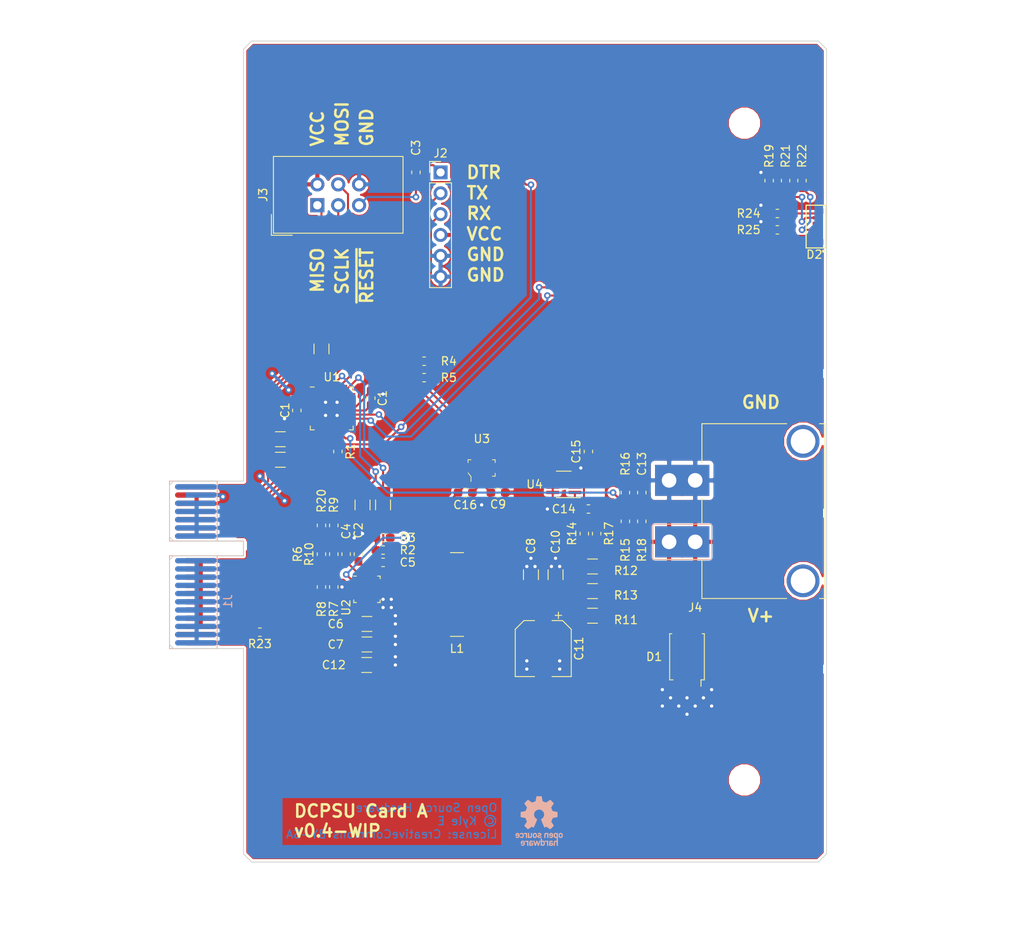
<source format=kicad_pcb>
(kicad_pcb (version 20171130) (host pcbnew 5.0.2+dfsg1-1)
  (title_block (title "DCPSU Card A") (date 2021-01-31) (rev v0.4-WIP) (comment 2 "License: CC BY-SA") (comment 3 https://www.eevblog.com/projects/usupply/) (comment 4 "Based on EEVblog's µSupply project"))
  (layers (0 F.Cu signal) (31 B.Cu signal) (34 B.Paste user) (35 F.Paste user) (36 B.SilkS user) (37 F.SilkS user) (38 B.Mask user) (39 F.Mask user) (44 Edge.Cuts user))
  (net 0 "")
  (net 1 /~RESET)
  (net 2 GND)
  (net 3 +5V)
  (net 4 "Net-(C4-Pad1)")
  (net 5 "Net-(C5-Pad2)")
  (net 6 "Net-(C5-Pad1)")
  (net 7 +24V)
  (net 8 /ADC-VOUT)
  (net 9 "Net-(D1-Pad1)")
  (net 10 CARD-SCLK)
  (net 11 CARD-MISO)
  (net 12 CARD-MOSI)
  (net 13 CARD-SS)
  (net 14 /UART-TX)
  (net 15 /UART-RX)
  (net 16 /PWR-EN)
  (net 17 /PWR-PWM)
  (net 18 "Net-(R10-Pad2)")
  (net 19 "Net-(U1-Pad1)")
  (net 20 "Net-(U1-Pad2)")
  (net 21 "Net-(U1-Pad3)")
  (net 22 "Net-(U1-Pad6)")
  (net 23 "Net-(U1-Pad7)")
  (net 24 "Net-(U1-Pad8)")
  (net 25 "Net-(U1-Pad12)")
  (net 26 "Net-(U1-Pad13)")
  (net 27 "Net-(U1-Pad16)")
  (net 28 "Net-(U1-Pad17)")
  (net 29 "Net-(U1-Pad22)")
  (net 30 "Net-(U1-Pad23)")
  (net 31 "Net-(U1-Pad24)")
  (net 32 /SCL)
  (net 33 /SDA)
  (net 34 "Net-(U1-Pad32)")
  (net 35 "Net-(C14-Pad2)")
  (net 36 "Net-(C14-Pad1)")
  (net 37 "Net-(R7-Pad2)")
  (net 38 "Net-(R10-Pad1)")
  (net 39 "Net-(C3-Pad2)")
  (net 40 "Net-(D2-Pad3)")
  (net 41 "Net-(D2-Pad6)")
  (net 42 /LED2)
  (net 43 /LED1)
  (net 44 "Net-(J1-PadA18)")
  (net 45 "Net-(C2-Pad2)")
  (net 46 "Net-(C16-Pad1)")
  (net 47 "Net-(R20-Pad1)")
  (net 48 "Net-(U3-Pad6)")
  (net 49 "Net-(J1-PadA2)")
  (net 50 "Net-(D2-Pad2)")
  (net 51 "Net-(C10-Pad1)")
  (module custom-footprints:L_Pad4.05x4.4mm_LMLP1011 (layer F.Cu) (at 115 97.415)
    (fp_text reference L1 (at 0 6.585) (layer F.SilkS))
    (fp_text value 10uH)
    (pad 2 smd roundrect (at 4.725 0) (size 4.05 4.4) (layers F.Cu F.Paste F.Mask) (roundrect_rratio 0.078) (net 51 "Net-(C10-Pad1)"))
    (pad 1 smd roundrect (at -4.725 0) (size 4.05 4.4) (layers F.Cu F.Paste F.Mask) (roundrect_rratio 0.078) (net 5 "Net-(C5-Pad2)"))
  )
  (module Resistor_SMD:R_0603_1608Metric_Pad1.05x0.95mm_HandSolder (layer F.Cu) (at 100.5 80 90)
    (fp_text reference R1 (at 0 1.524 90) (layer F.SilkS))
    (fp_text value 33k)
    (pad 2 smd roundrect (at 0.875 0 90) (size 1.05 0.95) (layers F.Cu F.Paste F.Mask) (net 1 /~RESET))
    (pad 1 smd roundrect (at -0.875 0 90) (size 1.05 0.95) (layers F.Cu F.Paste F.Mask) (net 3 +5V))
  )
  (module custom-footprints:QFN-20-2EP_3x3mm_AOZ2151PQI-10 (layer F.Cu) (at 104.04 96.78)
    (fp_text reference U2 (at -2.54 2.22 270) (layer F.SilkS))
    (fp_text value AOZ2151PQI-10)
    (pad 1 smd rect (at -1.35 -1) (size 0.3 0.2) (layers F.Cu F.Paste F.Mask) (net 17 /PWR-PWM))
    (pad 2 smd rect (at -1.35 -0.5) (size 0.3 0.2) (layers F.Cu F.Paste F.Mask) (net 38 "Net-(R10-Pad1)"))
    (pad 3 smd rect (at -1.35 0) (size 0.3 0.2) (layers F.Cu F.Paste F.Mask) (net 2 GND))
    (pad 4 smd custom (at -1.35 0.5) (size 0.3 0.2) (layers F.Cu F.Mask) (net 7 +24V) (options (clearance outline) (anchor rect)) (primitives (gr_poly (pts (xy 0.24 -0.1) (xy 0.395 -0.1) (xy 0.395 -1.455) (xy 1.295 -1.455) (xy 1.295 0.1) (xy 1.59 0.1) (xy 1.59 1) (xy 0.24 1)) (width 0)) (gr_poly (pts (xy -0.15 -0.1) (xy 0.24 -0.1) (xy 0.24 0.1) (xy -0.15 0.1)) (width 0)) (gr_poly (pts (xy -0.15 0.4) (xy 0.24 0.4) (xy 0.24 0.6) (xy -0.15 0.6)) (width 0))))
    (pad 9 smd custom (at 0.76 1.35) (size 0.4 0.3) (layers F.Cu F.Mask) (net 5 "Net-(C5-Pad2)") (options (clearance outline) (anchor rect)) (primitives (gr_poly (pts (xy -0.2 0.15) (xy -0.2 -1.07) (xy -0.49 -1.07) (xy -0.49 -2.31) (xy 0.44 -2.31) (xy 0.44 -2.45) (xy 0.74 -2.45) (xy 0.74 -1.75) (xy 0.2 -1.75) (xy 0.2 0.15)) (width 0))))
    (pad 11 smd rect (at 1.37 0.5) (size 0.26 1.2) (layers F.Cu F.Paste F.Mask) (net 2 GND))
    (pad 15 smd rect (at 1 -1.35) (size 0.2 0.3) (layers F.Cu F.Paste F.Mask) (net 16 /PWR-EN))
    (pad 16 smd rect (at 0.5 -1.35) (size 0.2 0.3) (layers F.Cu F.Paste F.Mask) (net 6 "Net-(C5-Pad1)"))
    (pad 17 smd rect (at 0 -1.35) (size 0.2 0.3) (layers F.Cu F.Paste F.Mask) (net 45 "Net-(C2-Pad2)"))
    (pad 18 smd rect (at -1 -1.35) (size 0.2 0.3) (layers F.Cu F.Paste F.Mask) (net 4 "Net-(C4-Pad1)"))
    (pad 5 smd circle (at -1.35 1) (size 0.2 0.2) (layers F.Cu F.Paste F.Mask) (net 7 +24V) (clearance 0.0001))
    (pad 13 smd circle (at 1.35 -0.55) (size 0.2 0.2) (layers F.Cu F.Mask) (net 5 "Net-(C5-Pad2)") (clearance 0.0001))
    (pad 14 smd circle (at 1.35 -0.95) (size 0.2 0.2) (layers F.Cu F.Mask) (net 5 "Net-(C5-Pad2)") (clearance 0.0001))
    (pad 10 smd circle (at 1.37 0.98) (size 0.2 0.2) (layers F.Cu F.Paste F.Mask) (net 2 GND) (clearance 0.0001))
    (pad 12 smd circle (at 1.37 0.02) (size 0.2 0.2) (layers F.Cu F.Paste F.Mask) (net 2 GND) (clearance 0.0001))
    (pad 6 smd circle (at -1 1.35) (size 0.2 0.2) (layers F.Cu F.Mask) (net 7 +24V) (clearance 0.0001))
    (pad 7 smd circle (at -0.45 1.35) (size 0.2 0.2) (layers F.Cu F.Mask) (net 7 +24V) (clearance 0.0001))
    (pad 8 smd circle (at 0.1 1.35) (size 0.2 0.2) (layers F.Cu F.Mask) (net 7 +24V) (clearance 0.0001))
  )
  (module Resistor_SMD:R_0603_1608Metric_Pad1.05x0.95mm_HandSolder (layer F.Cu) (at 98.5 89 90)
    (fp_text reference R20 (at 3 0 90) (layer F.SilkS))
    (fp_text value 3k)
    (pad 2 smd roundrect (at 0.875 0 90) (size 1.05 0.95) (layers F.Cu F.Paste F.Mask) (net 46 "Net-(C16-Pad1)"))
    (pad 1 smd roundrect (at -0.875 0 90) (size 1.05 0.95) (layers F.Cu F.Paste F.Mask) (net 47 "Net-(R20-Pad1)"))
  )
  (module Capacitor_SMD:C_0603_1608Metric_Pad1.05x0.95mm_HandSolder (layer F.Cu) (at 110 46 90)
    (fp_text reference C3 (at 3 0 90) (layer F.SilkS))
    (fp_text value 0.1u)
    (pad 2 smd roundrect (at 0.875 0 90) (size 1.05 0.95) (layers F.Cu F.Paste F.Mask) (net 39 "Net-(C3-Pad2)"))
    (pad 1 smd roundrect (at -0.875 0 90) (size 1.05 0.95) (layers F.Cu F.Paste F.Mask) (net 1 /~RESET))
  )
  (module Capacitor_SMD:C_0603_1608Metric_Pad1.05x0.95mm_HandSolder (layer F.Cu) (at 106 93.5)
    (fp_text reference C5 (at 3 0) (layer F.SilkS))
    (fp_text value 0.1u)
    (pad 2 smd roundrect (at 0.875 0) (size 1.05 0.95) (layers F.Cu F.Paste F.Mask) (net 5 "Net-(C5-Pad2)"))
    (pad 1 smd roundrect (at -0.875 0) (size 1.05 0.95) (layers F.Cu F.Paste F.Mask) (net 6 "Net-(C5-Pad1)"))
  )
  (module Capacitor_SMD:C_0603_1608Metric_Pad1.05x0.95mm_HandSolder (layer F.Cu) (at 131 87)
    (fp_text reference C14 (at -3 0) (layer F.SilkS))
    (fp_text value 0.1u)
    (pad 2 smd roundrect (at 0.875 0) (size 1.05 0.95) (layers F.Cu F.Paste F.Mask) (net 35 "Net-(C14-Pad2)"))
    (pad 1 smd roundrect (at -0.875 0) (size 1.05 0.95) (layers F.Cu F.Paste F.Mask) (net 36 "Net-(C14-Pad1)"))
  )
  (module custom-footprints:TO-277B-MBR860S (layer F.Cu) (at 143 105 180)
    (fp_text reference D1 (at 4 0) (layer F.SilkS))
    (fp_text value D_Schottky)
    (pad 2 smd rect (at -0.97 -3.15 180) (size 0.95 1) (layers F.Cu F.Paste F.Mask) (net 2 GND))
    (pad 1 smd rect (at 0 1.2 180) (size 3.2 4.9) (layers F.Cu F.Mask) (net 9 "Net-(D1-Pad1)"))
    (pad 2 smd rect (at 0.97 -3.15 180) (size 0.95 1) (layers F.Cu F.Paste F.Mask) (net 2 GND))
  )
  (module Capacitor_SMD:C_0603_1608Metric_Pad1.05x0.95mm_HandSolder (layer F.Cu) (at 104.5 73.5 270)
    (fp_text reference C1 (at 0 -1.43 270) (layer F.SilkS))
    (fp_text value 1u)
    (pad 2 smd roundrect (at 0.875 0 270) (size 1.05 0.95) (layers F.Cu F.Paste F.Mask) (net 3 +5V))
    (pad 1 smd roundrect (at -0.875 0 270) (size 1.05 0.95) (layers F.Cu F.Paste F.Mask) (net 2 GND))
  )
  (module Capacitor_SMD:C_0603_1608Metric_Pad1.05x0.95mm_HandSolder (layer F.Cu) (at 103 92.5 270)
    (fp_text reference C2 (at -2.9 0 270) (layer F.SilkS))
    (fp_text value 10u)
    (pad 2 smd roundrect (at 0.875 0 270) (size 1.05 0.95) (layers F.Cu F.Paste F.Mask) (net 45 "Net-(C2-Pad2)"))
    (pad 1 smd roundrect (at -0.875 0 270) (size 1.05 0.95) (layers F.Cu F.Paste F.Mask) (net 2 GND))
  )
  (module Capacitor_SMD:C_0603_1608Metric_Pad1.05x0.95mm_HandSolder (layer F.Cu) (at 101.5 92.5 90)
    (fp_text reference C4 (at 2.794 0 90) (layer F.SilkS))
    (fp_text value 0.1u)
    (pad 2 smd roundrect (at 0.875 0 90) (size 1.05 0.95) (layers F.Cu F.Paste F.Mask) (net 2 GND))
    (pad 1 smd roundrect (at -0.875 0 90) (size 1.05 0.95) (layers F.Cu F.Paste F.Mask) (net 4 "Net-(C4-Pad1)"))
  )
  (module Capacitor_SMD:C_1206_3216Metric_Pad1.42x1.75mm_HandSolder (layer F.Cu) (at 104.04 101)
    (fp_text reference C6 (at -3.81 0) (layer F.SilkS))
    (fp_text value 10u)
    (pad 2 smd roundrect (at 1.4875 0) (size 1.425 1.75) (layers F.Cu F.Paste F.Mask) (roundrect_rratio 0.175439) (net 2 GND))
    (pad 1 smd roundrect (at -1.4875 0) (size 1.425 1.75) (layers F.Cu F.Paste F.Mask) (roundrect_rratio 0.175439) (net 7 +24V))
  )
  (module Capacitor_SMD:C_1206_3216Metric_Pad1.42x1.75mm_HandSolder (layer F.Cu) (at 104.04 103.5)
    (fp_text reference C7 (at -3.81 0) (layer F.SilkS))
    (fp_text value 10u)
    (pad 2 smd roundrect (at 1.4875 0) (size 1.425 1.75) (layers F.Cu F.Paste F.Mask) (roundrect_rratio 0.175439) (net 2 GND))
    (pad 1 smd roundrect (at -1.4875 0) (size 1.425 1.75) (layers F.Cu F.Paste F.Mask) (roundrect_rratio 0.175439) (net 7 +24V))
  )
  (module Capacitor_SMD:C_1206_3216Metric_Pad1.42x1.75mm_HandSolder (layer F.Cu) (at 124 95 90)
    (fp_text reference C8 (at 3.5 0 90) (layer F.SilkS))
    (fp_text value 10u)
    (pad 2 smd roundrect (at 1.4875 0 90) (size 1.425 1.75) (layers F.Cu F.Paste F.Mask) (roundrect_rratio 0.175439) (net 2 GND))
    (pad 1 smd roundrect (at -1.4875 0 90) (size 1.425 1.75) (layers F.Cu F.Paste F.Mask) (roundrect_rratio 0.175439) (net 51 "Net-(C10-Pad1)"))
  )
  (module Capacitor_SMD:C_0603_1608Metric_Pad1.05x0.95mm_HandSolder (layer F.Cu) (at 120 85 180)
    (fp_text reference C9 (at 0 -1.43 180) (layer F.SilkS))
    (fp_text value 0.1u)
    (pad 2 smd roundrect (at 0.875 0 180) (size 1.05 0.95) (layers F.Cu F.Paste F.Mask) (net 2 GND))
    (pad 1 smd roundrect (at -0.875 0 180) (size 1.05 0.95) (layers F.Cu F.Paste F.Mask) (net 3 +5V))
  )
  (module Capacitor_SMD:C_1206_3216Metric_Pad1.42x1.75mm_HandSolder (layer F.Cu) (at 127 95 90)
    (fp_text reference C10 (at 4 0 90) (layer F.SilkS))
    (fp_text value 10u)
    (pad 2 smd roundrect (at 1.4875 0 90) (size 1.425 1.75) (layers F.Cu F.Paste F.Mask) (roundrect_rratio 0.175439) (net 2 GND))
    (pad 1 smd roundrect (at -1.4875 0 90) (size 1.425 1.75) (layers F.Cu F.Paste F.Mask) (roundrect_rratio 0.175439) (net 51 "Net-(C10-Pad1)"))
  )
  (module Capacitor_SMD:C_0603_1608Metric_Pad1.05x0.95mm_HandSolder (layer F.Cu) (at 137.5 85 90)
    (fp_text reference C13 (at 3.5 0 90) (layer F.SilkS))
    (fp_text value 0.1u)
    (pad 2 smd roundrect (at 0.875 0 90) (size 1.05 0.95) (layers F.Cu F.Paste F.Mask) (net 2 GND))
    (pad 1 smd roundrect (at -0.875 0 90) (size 1.05 0.95) (layers F.Cu F.Paste F.Mask) (net 8 /ADC-VOUT))
  )
  (module Resistor_SMD:R_0603_1608Metric_Pad1.05x0.95mm_HandSolder (layer F.Cu) (at 106 92 180)
    (fp_text reference R2 (at -3 0 180) (layer F.SilkS))
    (fp_text value 33k)
    (pad 2 smd roundrect (at 0.875 0 180) (size 1.05 0.95) (layers F.Cu F.Paste F.Mask) (net 2 GND))
    (pad 1 smd roundrect (at -0.875 0 180) (size 1.05 0.95) (layers F.Cu F.Paste F.Mask) (net 16 /PWR-EN))
  )
  (module Resistor_SMD:R_0603_1608Metric_Pad1.05x0.95mm_HandSolder (layer F.Cu) (at 106 90.5 180)
    (fp_text reference R3 (at -3 0 180) (layer F.SilkS))
    (fp_text value 33k)
    (pad 2 smd roundrect (at 0.875 0 180) (size 1.05 0.95) (layers F.Cu F.Paste F.Mask) (net 2 GND))
    (pad 1 smd roundrect (at -0.875 0 180) (size 1.05 0.95) (layers F.Cu F.Paste F.Mask) (net 17 /PWR-PWM))
  )
  (module Resistor_SMD:R_0603_1608Metric_Pad1.05x0.95mm_HandSolder (layer F.Cu) (at 111 69 180)
    (fp_text reference R4 (at -3 0 180) (layer F.SilkS))
    (fp_text value 33k)
    (pad 2 smd roundrect (at 0.875 0 180) (size 1.05 0.95) (layers F.Cu F.Paste F.Mask) (net 33 /SDA))
    (pad 1 smd roundrect (at -0.875 0 180) (size 1.05 0.95) (layers F.Cu F.Paste F.Mask) (net 3 +5V))
  )
  (module Resistor_SMD:R_0603_1608Metric_Pad1.05x0.95mm_HandSolder (layer F.Cu) (at 111 71 180)
    (fp_text reference R5 (at -3 0 180) (layer F.SilkS))
    (fp_text value 33k)
    (pad 2 smd roundrect (at 0.875 0 180) (size 1.05 0.95) (layers F.Cu F.Paste F.Mask) (net 32 /SCL))
    (pad 1 smd roundrect (at -0.875 0 180) (size 1.05 0.95) (layers F.Cu F.Paste F.Mask) (net 3 +5V))
  )
  (module Resistor_SMD:R_0603_1608Metric_Pad1.05x0.95mm_HandSolder (layer F.Cu) (at 98.5 92.5 90)
    (fp_text reference R6 (at 0 -2.9 90) (layer F.SilkS))
    (fp_text value 10k)
    (pad 2 smd roundrect (at 0.875 0 90) (size 1.05 0.95) (layers F.Cu F.Paste F.Mask) (net 47 "Net-(R20-Pad1)"))
    (pad 1 smd roundrect (at -0.875 0 90) (size 1.05 0.95) (layers F.Cu F.Paste F.Mask) (net 38 "Net-(R10-Pad1)"))
  )
  (module Resistor_SMD:R_0603_1608Metric_Pad1.05x0.95mm_HandSolder (layer F.Cu) (at 100 96.5 270)
    (fp_text reference R7 (at 2.7 0 270) (layer F.SilkS))
    (fp_text value 2k)
    (pad 2 smd roundrect (at 0.875 0 270) (size 1.05 0.95) (layers F.Cu F.Paste F.Mask) (net 37 "Net-(R7-Pad2)"))
    (pad 1 smd roundrect (at -0.875 0 270) (size 1.05 0.95) (layers F.Cu F.Paste F.Mask) (net 38 "Net-(R10-Pad1)"))
  )
  (module Resistor_SMD:R_0603_1608Metric_Pad1.05x0.95mm_HandSolder (layer F.Cu) (at 98.5 96.5 90)
    (fp_text reference R8 (at -2.7 0 90) (layer F.SilkS))
    (fp_text value 0)
    (pad 2 smd roundrect (at 0.875 0 90) (size 1.05 0.95) (layers F.Cu F.Paste F.Mask) (net 2 GND))
    (pad 1 smd roundrect (at -0.875 0 90) (size 1.05 0.95) (layers F.Cu F.Paste F.Mask) (net 37 "Net-(R7-Pad2)"))
  )
  (module Resistor_SMD:R_0603_1608Metric_Pad1.05x0.95mm_HandSolder (layer F.Cu) (at 100 89 90)
    (fp_text reference R9 (at 2.5 0 90) (layer F.SilkS))
    (fp_text value 43k)
    (pad 2 smd roundrect (at 0.875 0 90) (size 1.05 0.95) (layers F.Cu F.Paste F.Mask) (net 51 "Net-(C10-Pad1)"))
    (pad 1 smd roundrect (at -0.875 0 90) (size 1.05 0.95) (layers F.Cu F.Paste F.Mask) (net 18 "Net-(R10-Pad2)"))
  )
  (module Resistor_SMD:R_0603_1608Metric_Pad1.05x0.95mm_HandSolder (layer F.Cu) (at 100 92.5 90)
    (fp_text reference R10 (at 0 -3 90) (layer F.SilkS))
    (fp_text value 3k)
    (pad 2 smd roundrect (at 0.875 0 90) (size 1.05 0.95) (layers F.Cu F.Paste F.Mask) (net 18 "Net-(R10-Pad2)"))
    (pad 1 smd roundrect (at -0.875 0 90) (size 1.05 0.95) (layers F.Cu F.Paste F.Mask) (net 38 "Net-(R10-Pad1)"))
  )
  (module Resistor_SMD:R_1206_3216Metric_Pad1.42x1.75mm_HandSolder (layer F.Cu) (at 131.5 94)
    (fp_text reference R12 (at 4.064 0.508) (layer F.SilkS))
    (fp_text value 240m)
    (pad 2 smd roundrect (at 1.4875 0) (size 1.425 1.75) (layers F.Cu F.Paste F.Mask) (roundrect_rratio 0.175439) (net 9 "Net-(D1-Pad1)"))
    (pad 1 smd roundrect (at -1.4875 0) (size 1.425 1.75) (layers F.Cu F.Paste F.Mask) (roundrect_rratio 0.175439) (net 51 "Net-(C10-Pad1)"))
  )
  (module Resistor_SMD:R_1206_3216Metric_Pad1.42x1.75mm_HandSolder (layer F.Cu) (at 131.5 97)
    (fp_text reference R13 (at 4.064 0.508) (layer F.SilkS))
    (fp_text value 240m)
    (pad 2 smd roundrect (at 1.4875 0) (size 1.425 1.75) (layers F.Cu F.Paste F.Mask) (roundrect_rratio 0.175439) (net 9 "Net-(D1-Pad1)"))
    (pad 1 smd roundrect (at -1.4875 0) (size 1.425 1.75) (layers F.Cu F.Paste F.Mask) (roundrect_rratio 0.175439) (net 51 "Net-(C10-Pad1)"))
  )
  (module Resistor_SMD:R_0603_1608Metric_Pad1.05x0.95mm_HandSolder (layer F.Cu) (at 135.5 88.5 270)
    (fp_text reference R15 (at 3.5 0 270) (layer F.SilkS))
    (fp_text value "18k 0.1%")
    (pad 2 smd roundrect (at 0.875 0 270) (size 1.05 0.95) (layers F.Cu F.Paste F.Mask) (net 9 "Net-(D1-Pad1)"))
    (pad 1 smd roundrect (at -0.875 0 270) (size 1.05 0.95) (layers F.Cu F.Paste F.Mask) (net 8 /ADC-VOUT))
  )
  (module Resistor_SMD:R_0603_1608Metric_Pad1.05x0.95mm_HandSolder (layer F.Cu) (at 135.5 85 270)
    (fp_text reference R16 (at -3.5 0 270) (layer F.SilkS))
    (fp_text value "1k 0.1%")
    (pad 2 smd roundrect (at 0.875 0 270) (size 1.05 0.95) (layers F.Cu F.Paste F.Mask) (net 8 /ADC-VOUT))
    (pad 1 smd roundrect (at -0.875 0 270) (size 1.05 0.95) (layers F.Cu F.Paste F.Mask) (net 2 GND))
  )
  (module Resistor_SMD:R_0603_1608Metric_Pad1.05x0.95mm_HandSolder (layer F.Cu) (at 132 90 270)
    (fp_text reference R17 (at 0 -1.5 270) (layer F.SilkS))
    (fp_text value 10)
    (pad 2 smd roundrect (at 0.875 0 270) (size 1.05 0.95) (layers F.Cu F.Paste F.Mask) (net 9 "Net-(D1-Pad1)"))
    (pad 1 smd roundrect (at -0.875 0 270) (size 1.05 0.95) (layers F.Cu F.Paste F.Mask) (net 35 "Net-(C14-Pad2)"))
  )
  (module Package_DFN_QFN:QFN-32-1EP_5x5mm_P0.5mm_EP3.1x3.1mm (layer F.Cu) (at 99.75 74.75)
    (fp_text reference U1 (at 0 -3.82) (layer F.SilkS))
    (fp_text value ATtiny87-MU)
    (pad 32 smd roundrect (at -1.75 -2.4375) (size 0.25 0.875) (layers F.Cu F.Paste F.Mask) (net 34 "Net-(U1-Pad32)"))
    (pad 31 smd roundrect (at -1.25 -2.4375) (size 0.25 0.875) (layers F.Cu F.Paste F.Mask) (net 11 CARD-MISO))
    (pad 30 smd roundrect (at -0.75 -2.4375) (size 0.25 0.875) (layers F.Cu F.Paste F.Mask) (net 14 /UART-TX))
    (pad 29 smd roundrect (at -0.25 -2.4375) (size 0.25 0.875) (layers F.Cu F.Paste F.Mask) (net 15 /UART-RX))
    (pad 28 smd roundrect (at 0.25 -2.4375) (size 0.25 0.875) (layers F.Cu F.Paste F.Mask) (net 33 /SDA))
    (pad 27 smd roundrect (at 0.75 -2.4375) (size 0.25 0.875) (layers F.Cu F.Paste F.Mask) (net 16 /PWR-EN))
    (pad 26 smd roundrect (at 1.25 -2.4375) (size 0.25 0.875) (layers F.Cu F.Paste F.Mask) (net 32 /SCL))
    (pad 25 smd roundrect (at 1.75 -2.4375) (size 0.25 0.875) (layers F.Cu F.Paste F.Mask) (net 17 /PWR-PWM))
    (pad 24 smd roundrect (at 2.4375 -1.75) (size 0.875 0.25) (layers F.Cu F.Paste F.Mask) (net 31 "Net-(U1-Pad24)"))
    (pad 23 smd roundrect (at 2.4375 -1.25) (size 0.875 0.25) (layers F.Cu F.Paste F.Mask) (net 30 "Net-(U1-Pad23)"))
    (pad 22 smd roundrect (at 2.4375 -0.75) (size 0.875 0.25) (layers F.Cu F.Paste F.Mask) (net 29 "Net-(U1-Pad22)"))
    (pad 21 smd roundrect (at 2.4375 -0.25) (size 0.875 0.25) (layers F.Cu F.Paste F.Mask) (net 2 GND))
    (pad 20 smd roundrect (at 2.4375 0.25) (size 0.875 0.25) (layers F.Cu F.Paste F.Mask) (net 3 +5V))
    (pad 19 smd roundrect (at 2.4375 0.75) (size 0.875 0.25) (layers F.Cu F.Paste F.Mask) (net 43 /LED1))
    (pad 18 smd roundrect (at 2.4375 1.25) (size 0.875 0.25) (layers F.Cu F.Paste F.Mask) (net 42 /LED2))
    (pad 17 smd roundrect (at 2.4375 1.75) (size 0.875 0.25) (layers F.Cu F.Paste F.Mask) (net 28 "Net-(U1-Pad17)"))
    (pad 16 smd roundrect (at 1.75 2.4375) (size 0.25 0.875) (layers F.Cu F.Paste F.Mask) (net 27 "Net-(U1-Pad16)"))
    (pad 15 smd roundrect (at 1.25 2.4375) (size 0.25 0.875) (layers F.Cu F.Paste F.Mask) (net 8 /ADC-VOUT))
    (pad 14 smd roundrect (at 0.75 2.4375) (size 0.25 0.875) (layers F.Cu F.Paste F.Mask) (net 1 /~RESET))
    (pad 13 smd roundrect (at 0.25 2.4375) (size 0.25 0.875) (layers F.Cu F.Paste F.Mask) (net 26 "Net-(U1-Pad13)"))
    (pad 12 smd roundrect (at -0.25 2.4375) (size 0.25 0.875) (layers F.Cu F.Paste F.Mask) (net 25 "Net-(U1-Pad12)"))
    (pad 11 smd roundrect (at -0.75 2.4375) (size 0.25 0.875) (layers F.Cu F.Paste F.Mask) (net 13 CARD-SS))
    (pad 10 smd roundrect (at -1.25 2.4375) (size 0.25 0.875) (layers F.Cu F.Paste F.Mask) (net 10 CARD-SCLK))
    (pad 9 smd roundrect (at -1.75 2.4375) (size 0.25 0.875) (layers F.Cu F.Paste F.Mask) (net 12 CARD-MOSI))
    (pad 8 smd roundrect (at -2.4375 1.75) (size 0.875 0.25) (layers F.Cu F.Paste F.Mask) (net 24 "Net-(U1-Pad8)"))
    (pad 7 smd roundrect (at -2.4375 1.25) (size 0.875 0.25) (layers F.Cu F.Paste F.Mask) (net 23 "Net-(U1-Pad7)"))
    (pad 6 smd roundrect (at -2.4375 0.75) (size 0.875 0.25) (layers F.Cu F.Paste F.Mask) (net 22 "Net-(U1-Pad6)"))
    (pad 5 smd roundrect (at -2.4375 0.25) (size 0.875 0.25) (layers F.Cu F.Paste F.Mask) (net 2 GND))
    (pad 4 smd roundrect (at -2.4375 -0.25) (size 0.875 0.25) (layers F.Cu F.Paste F.Mask) (net 3 +5V))
    (pad 3 smd roundrect (at -2.4375 -0.75) (size 0.875 0.25) (layers F.Cu F.Paste F.Mask) (net 21 "Net-(U1-Pad3)"))
    (pad 2 smd roundrect (at -2.4375 -1.25) (size 0.875 0.25) (layers F.Cu F.Paste F.Mask) (net 20 "Net-(U1-Pad2)"))
    (pad 1 smd roundrect (at -2.4375 -1.75) (size 0.875 0.25) (layers F.Cu F.Paste F.Mask) (net 19 "Net-(U1-Pad1)"))
    (pad 33 smd roundrect (at 0 0) (size 3.1 3.1) (layers F.Cu F.Mask) (roundrect_rratio 0.08064499999999999) (net 2 GND))
  )
  (module Capacitor_SMD:C_0603_1608Metric_Pad1.05x0.95mm_HandSolder (layer F.Cu) (at 131 80 270)
    (fp_text reference C15 (at 0 1.5 90) (layer F.SilkS))
    (fp_text value 0.1u)
    (pad 1 smd roundrect (at -0.875 0 270) (size 1.05 0.95) (layers F.Cu F.Paste F.Mask) (net 3 +5V))
    (pad 2 smd roundrect (at 0.875 0 270) (size 1.05 0.95) (layers F.Cu F.Paste F.Mask) (net 2 GND))
  )
  (module Resistor_SMD:R_0603_1608Metric_Pad1.05x0.95mm_HandSolder (layer F.Cu) (at 137.5 88.5 90)
    (fp_text reference R18 (at -3.5 0 90) (layer F.SilkS))
    (fp_text value "18k 0.1%")
    (pad 1 smd roundrect (at -0.875 0 90) (size 1.05 0.95) (layers F.Cu F.Paste F.Mask) (net 9 "Net-(D1-Pad1)"))
    (pad 2 smd roundrect (at 0.875 0 90) (size 1.05 0.95) (layers F.Cu F.Paste F.Mask) (net 8 /ADC-VOUT))
  )
  (module Connector_Molex:Molex_Sabre_43160-1102_1x02_P7.49mm_Horizontal (layer F.Cu) (at 144 91 90)
    (fp_text reference J4 (at -8 0 180) (layer F.SilkS))
    (fp_text value Conn_01x02)
    (pad 1 thru_hole rect (at 0 0 90) (size 3.78 3.43) (drill 1.78) (layers *.Cu *.Mask) (net 9 "Net-(D1-Pad1)"))
    (pad 2 thru_hole rect (at 7.49 0 90) (size 3.78 3.43) (drill 1.78) (layers *.Cu *.Mask) (net 2 GND))
    (pad 1 thru_hole rect (at 0 -3.18 90) (size 3.78 3.43) (drill 1.78) (layers *.Cu *.Mask) (net 9 "Net-(D1-Pad1)"))
    (pad 2 thru_hole rect (at 7.49 -3.18 90) (size 3.78 3.43) (drill 1.78) (layers *.Cu *.Mask) (net 2 GND))
    (pad "" thru_hole circle (at -4.75 13.13 90) (size 4 4) (drill 3) (layers *.Cu *.Mask))
    (pad "" thru_hole circle (at 12.24 13.13 90) (size 4 4) (drill 3) (layers *.Cu *.Mask))
  )
  (module Resistor_SMD:R_1206_3216Metric_Pad1.42x1.75mm_HandSolder (layer F.Cu) (at 131.5 100)
    (fp_text reference R11 (at 4.064 0.508) (layer F.SilkS))
    (fp_text value 240m)
    (pad 1 smd roundrect (at -1.4875 0) (size 1.425 1.75) (layers F.Cu F.Paste F.Mask) (roundrect_rratio 0.175439) (net 51 "Net-(C10-Pad1)"))
    (pad 2 smd roundrect (at 1.4875 0) (size 1.425 1.75) (layers F.Cu F.Paste F.Mask) (roundrect_rratio 0.175439) (net 9 "Net-(D1-Pad1)"))
  )
  (module Resistor_SMD:R_0603_1608Metric_Pad1.05x0.95mm_HandSolder (layer F.Cu) (at 130.5 90 270)
    (fp_text reference R14 (at 0 1.5 270) (layer F.SilkS))
    (fp_text value 10)
    (pad 1 smd roundrect (at -0.875 0 270) (size 1.05 0.95) (layers F.Cu F.Paste F.Mask) (net 36 "Net-(C14-Pad1)"))
    (pad 2 smd roundrect (at 0.875 0 270) (size 1.05 0.95) (layers F.Cu F.Paste F.Mask) (net 51 "Net-(C10-Pad1)"))
  )
  (module Package_TO_SOT_SMD:SOT-23-8_Handsoldering (layer F.Cu) (at 128 84 180)
    (fp_text reference U4 (at 3.556 0 180) (layer F.SilkS))
    (fp_text value INA219AIDCNR)
    (pad 1 smd rect (at -1.35 -0.98 180) (size 1.56 0.4) (layers F.Cu F.Paste F.Mask) (net 36 "Net-(C14-Pad1)"))
    (pad 2 smd rect (at -1.35 -0.33 180) (size 1.56 0.4) (layers F.Cu F.Paste F.Mask) (net 35 "Net-(C14-Pad2)"))
    (pad 3 smd rect (at -1.35 0.33 180) (size 1.56 0.4) (layers F.Cu F.Paste F.Mask) (net 2 GND))
    (pad 4 smd rect (at -1.35 0.98 180) (size 1.56 0.4) (layers F.Cu F.Paste F.Mask) (net 3 +5V))
    (pad 5 smd rect (at 1.35 0.98 180) (size 1.56 0.4) (layers F.Cu F.Paste F.Mask) (net 32 /SCL))
    (pad 6 smd rect (at 1.35 0.33 180) (size 1.56 0.4) (layers F.Cu F.Paste F.Mask) (net 33 /SDA))
    (pad 7 smd rect (at 1.35 -0.33 180) (size 1.56 0.4) (layers F.Cu F.Paste F.Mask) (net 2 GND))
    (pad 8 smd rect (at 1.35 -0.98 180) (size 1.56 0.4) (layers F.Cu F.Paste F.Mask) (net 2 GND))
  )
  (module Connector_PinHeader_2.54mm:PinHeader_1x06_P2.54mm_Vertical (layer F.Cu) (at 113 46)
    (fp_text reference J2 (at 0 -2.33) (layer F.SilkS))
    (fp_text value Conn_01x06)
    (pad 6 thru_hole oval (at 0 12.7) (size 1.7 1.7) (drill 1) (layers *.Cu *.Mask) (net 2 GND))
    (pad 5 thru_hole oval (at 0 10.16) (size 1.7 1.7) (drill 1) (layers *.Cu *.Mask) (net 2 GND))
    (pad 4 thru_hole oval (at 0 7.62) (size 1.7 1.7) (drill 1) (layers *.Cu *.Mask) (net 3 +5V))
    (pad 3 thru_hole oval (at 0 5.08) (size 1.7 1.7) (drill 1) (layers *.Cu *.Mask) (net 15 /UART-RX))
    (pad 2 thru_hole oval (at 0 2.54) (size 1.7 1.7) (drill 1) (layers *.Cu *.Mask) (net 14 /UART-TX))
    (pad 1 thru_hole rect (at 0 0) (size 1.7 1.7) (drill 1) (layers *.Cu *.Mask) (net 39 "Net-(C3-Pad2)"))
  )
  (module Connector_IDC:IDC-Header_2x03_P2.54mm_Vertical (layer F.Cu) (at 98 50 90)
    (fp_text reference J3 (at 1.27 -6.604 90) (layer F.SilkS))
    (fp_text value AVR-ISP-6)
    (pad 1 thru_hole rect (at 0 0 90) (size 1.7272 1.7272) (drill 1.016) (layers *.Cu *.Mask) (net 11 CARD-MISO))
    (pad 2 thru_hole oval (at 2.54 0 90) (size 1.7272 1.7272) (drill 1.016) (layers *.Cu *.Mask) (net 3 +5V))
    (pad 3 thru_hole oval (at 0 2.54 90) (size 1.7272 1.7272) (drill 1.016) (layers *.Cu *.Mask) (net 10 CARD-SCLK))
    (pad 4 thru_hole oval (at 2.54 2.54 90) (size 1.7272 1.7272) (drill 1.016) (layers *.Cu *.Mask) (net 12 CARD-MOSI))
    (pad 5 thru_hole oval (at 0 5.08 90) (size 1.7272 1.7272) (drill 1.016) (layers *.Cu *.Mask) (net 1 /~RESET))
    (pad 6 thru_hole oval (at 2.54 5.08 90) (size 1.7272 1.7272) (drill 1.016) (layers *.Cu *.Mask) (net 2 GND))
  )
  (module Capacitor_SMD:C_0603_1608Metric_Pad1.05x0.95mm_HandSolder (layer F.Cu) (at 95.5 75 90)
    (fp_text reference C1 (at 0 -1.43 90) (layer F.SilkS))
    (fp_text value C_0603_1608Metric_Pad1.05x0.95mm_HandSolder)
    (pad 2 smd roundrect (at 0.875 0 90) (size 1.05 0.95) (layers F.Cu F.Paste F.Mask) (net 3 +5V))
    (pad 1 smd roundrect (at -0.875 0 90) (size 1.05 0.95) (layers F.Cu F.Paste F.Mask) (net 2 GND))
  )
  (module MountingHole:MountingHole_3.2mm_M3 (layer F.Cu) (at 150 40)
    (fp_text reference REF** hide)
    (fp_text value MountingHole_3.2mm_M3)
    (pad 1 np_thru_hole circle (at 0 0) (size 3.2 3.2) (drill 3.2) (layers *.Cu *.Mask))
  )
  (module MountingHole:MountingHole_3.2mm_M3 (layer F.Cu) (at 150 120)
    (fp_text reference REF** hide)
    (fp_text value MountingHole_3.2mm_M3)
    (pad 1 np_thru_hole circle (at 0 0) (size 3.2 3.2) (drill 3.2) (layers *.Cu *.Mask))
  )
  (module Symbol:OSHW-Logo_5.7x6mm_SilkScreen (layer B.Cu) (at 125 125 180)
    (fp_text reference REF** hide)
    (fp_text value OSHW-Logo_5.7x6mm_SilkScreen hide)
  )
  (module custom-footprints:QLS6B-FKW (layer F.Cu) (at 158.7 52.6 270)
    (fp_text reference D2 (at 3.4 0.2) (layer F.SilkS))
    (fp_text value QLS6B-FKW)
    (pad 5 smd rect (at -1.07 0 270) (size 0.4 0.8) (layers F.Cu F.Paste F.Mask) (net 43 /LED1))
    (pad 4 smd rect (at -0.39 0 270) (size 0.4 0.8) (layers F.Cu F.Paste F.Mask) (net 43 /LED1))
    (pad 3 smd rect (at 0.39 0 270) (size 0.4 0.8) (layers F.Cu F.Paste F.Mask) (net 40 "Net-(D2-Pad3)"))
    (pad 2 smd rect (at 1.07 0 270) (size 0.4 0.8) (layers F.Cu F.Paste F.Mask) (net 50 "Net-(D2-Pad2)"))
    (pad 6 smd rect (at -1.88 -0.585 270) (size 0.66 0.63) (layers F.Cu F.Paste F.Mask) (net 41 "Net-(D2-Pad6)"))
    (pad 1 smd rect (at 1.88 -0.585 270) (size 0.66 0.63) (layers F.Cu F.Paste F.Mask) (net 42 /LED2))
  )
  (module Resistor_SMD:R_0603_1608Metric_Pad1.05x0.95mm_HandSolder (layer F.Cu) (at 153 47 90)
    (fp_text reference R19 (at 3 0 90) (layer F.SilkS))
    (fp_text value 2k)
    (pad 2 smd roundrect (at 0.875 0 90) (size 1.05 0.95) (layers F.Cu F.Paste F.Mask) (net 2 GND))
    (pad 1 smd roundrect (at -0.875 0 90) (size 1.05 0.95) (layers F.Cu F.Paste F.Mask) (net 43 /LED1))
  )
  (module Resistor_SMD:R_0603_1608Metric_Pad1.05x0.95mm_HandSolder (layer F.Cu) (at 155 47 270)
    (fp_text reference R21 (at -3 0 270) (layer F.SilkS))
    (fp_text value 2k)
    (pad 2 smd roundrect (at 0.875 0 270) (size 1.05 0.95) (layers F.Cu F.Paste F.Mask) (net 40 "Net-(D2-Pad3)"))
    (pad 1 smd roundrect (at -0.875 0 270) (size 1.05 0.95) (layers F.Cu F.Paste F.Mask) (net 3 +5V))
  )
  (module Resistor_SMD:R_0603_1608Metric_Pad1.05x0.95mm_HandSolder (layer F.Cu) (at 157 47 270)
    (fp_text reference R22 (at -3 0 270) (layer F.SilkS))
    (fp_text value 2k)
    (pad 1 smd roundrect (at -0.875 0 270) (size 1.05 0.95) (layers F.Cu F.Paste F.Mask) (net 3 +5V))
    (pad 2 smd roundrect (at 0.875 0 270) (size 1.05 0.95) (layers F.Cu F.Paste F.Mask) (net 40 "Net-(D2-Pad3)"))
  )
  (module Capacitor_SMD:C_0603_1608Metric_Pad1.05x0.95mm_HandSolder (layer F.Cu) (at 116 85)
    (fp_text reference C16 (at 0 1.5) (layer F.SilkS))
    (fp_text value 0.1u)
    (pad 1 smd roundrect (at -0.875 0) (size 1.05 0.95) (layers F.Cu F.Paste F.Mask) (net 46 "Net-(C16-Pad1)"))
    (pad 2 smd roundrect (at 0.875 0) (size 1.05 0.95) (layers F.Cu F.Paste F.Mask) (net 2 GND))
  )
  (module digikey-footprints:SOT-23-6 (layer F.Cu) (at 118 82)
    (fp_text reference U3 (at 0.025 -3.55) (layer F.SilkS))
    (fp_text value MCP4706A0T-E_CH)
    (pad 3 smd rect (at 0.95 1.35) (size 0.55 1) (layers F.Cu F.Paste F.Mask) (net 3 +5V))
    (pad 2 smd rect (at 0 1.35) (size 0.55 1) (layers F.Cu F.Paste F.Mask) (net 2 GND))
    (pad 1 smd rect (at -0.95 1.35) (size 0.55 1) (layers F.Cu F.Paste F.Mask) (net 46 "Net-(C16-Pad1)"))
    (pad 4 smd rect (at 0.95 -1.35) (size 0.55 1) (layers F.Cu F.Paste F.Mask) (net 33 /SDA))
    (pad 5 smd rect (at 0 -1.35) (size 0.55 1) (layers F.Cu F.Paste F.Mask) (net 32 /SCL))
    (pad 6 smd rect (at -0.95 -1.35) (size 0.55 1) (layers F.Cu F.Paste F.Mask) (net 48 "Net-(U3-Pad6)"))
  )
  (module custom-footprints:BUS_PCIe_custom (layer B.Cu) (at 83.8 103.3 90)
    (fp_text reference J1 (at 5.05 3.31 90) (layer B.SilkS) (effects (justify mirror)))
    (fp_text value PCIe_x1)
    (pad "" connect circle (at 19 -2.8 90) (size 0.65 0.65) (layers B.Cu B.Mask))
    (pad B1 connect rect (at 0 -0.5 90) (size 0.65 4.6) (layers B.Cu B.Mask) (net 2 GND))
    (pad B2 connect rect (at 1 -0.5 90) (size 0.65 4.6) (layers B.Cu B.Mask) (net 2 GND))
    (pad B3 connect rect (at 2 -0.5 90) (size 0.65 4.6) (layers B.Cu B.Mask) (net 2 GND))
    (pad B4 connect rect (at 3 -0.5 90) (size 0.65 4.6) (layers B.Cu B.Mask) (net 2 GND))
    (pad B5 connect rect (at 4 -0.5 90) (size 0.65 4.6) (layers B.Cu B.Mask) (net 2 GND))
    (pad B6 connect rect (at 5 -0.5 90) (size 0.65 4.6) (layers B.Cu B.Mask) (net 2 GND))
    (pad B7 connect rect (at 6 -0.5 90) (size 0.65 4.6) (layers B.Cu B.Mask) (net 2 GND))
    (pad B8 connect rect (at 7 -0.5 90) (size 0.65 4.6) (layers B.Cu B.Mask) (net 2 GND))
    (pad B9 connect rect (at 8 -0.5 90) (size 0.65 4.6) (layers B.Cu B.Mask) (net 2 GND))
    (pad B10 connect rect (at 9 -0.5 90) (size 0.65 4.6) (layers B.Cu B.Mask) (net 2 GND))
    (pad B11 connect rect (at 10 -0.5 90) (size 0.65 4.6) (layers B.Cu B.Mask) (net 2 GND))
    (pad B14 connect rect (at 15 -0.5 90) (size 0.65 4.6) (layers B.Cu B.Mask) (net 2 GND))
    (pad B15 connect rect (at 16 -0.5 90) (size 0.65 4.6) (layers B.Cu B.Mask) (net 2 GND))
    (pad B16 connect rect (at 17 -0.5 90) (size 0.65 4.6) (layers B.Cu B.Mask) (net 2 GND))
    (pad B17 connect rect (at 18 0 90) (size 0.65 3.6) (layers B.Cu B.Mask) (net 3 +5V))
    (pad B18 connect rect (at 19 -0.5 90) (size 0.65 4.6) (layers B.Cu B.Mask) (net 2 GND))
    (pad B12 connect rect (at 13 -0.5 90) (size 0.65 4.6) (layers B.Cu B.Mask) (net 2 GND))
    (pad B13 connect rect (at 14 -0.5 90) (size 0.65 4.6) (layers B.Cu B.Mask) (net 2 GND))
    (pad A1 connect rect (at 0 0 90) (size 0.65 3.6) (layers F.Cu F.Mask) (net 2 GND))
    (pad A2 connect rect (at 1 -0.5 90) (size 0.65 4.6) (layers F.Cu F.Mask) (net 49 "Net-(J1-PadA2)"))
    (pad A14 connect rect (at 15 -0.5 90) (size 0.65 4.6) (layers F.Cu F.Mask) (net 11 CARD-MISO))
    (pad A15 connect rect (at 16 -0.5 90) (size 0.65 4.6) (layers F.Cu F.Mask) (net 10 CARD-SCLK))
    (pad A16 connect rect (at 17 -0.5 90) (size 0.65 4.6) (layers F.Cu F.Mask) (net 3 +5V))
    (pad A17 connect rect (at 18 -0.5 90) (size 0.65 4.6) (layers F.Cu F.Mask) (net 3 +5V))
    (pad A18 connect rect (at 19 -0.5 90) (size 0.65 4.6) (layers F.Cu F.Mask) (net 44 "Net-(J1-PadA18)"))
    (pad A12 connect rect (at 13 -0.5 90) (size 0.65 4.6) (layers F.Cu F.Mask) (net 13 CARD-SS))
    (pad A13 connect rect (at 14 -0.5 90) (size 0.65 4.6) (layers F.Cu F.Mask) (net 12 CARD-MOSI))
    (pad "" connect circle (at 2 -2.8 90) (size 0.65 0.65) (layers B.Cu B.Mask))
    (pad "" connect circle (at 3 -2.8 90) (size 0.65 0.65) (layers B.Cu B.Mask))
    (pad "" connect circle (at 4 -2.8 90) (size 0.65 0.65) (layers B.Cu B.Mask))
    (pad "" connect circle (at 5 -2.8 90) (size 0.65 0.65) (layers B.Cu B.Mask))
    (pad "" connect circle (at 6 -2.8 90) (size 0.65 0.65) (layers B.Cu B.Mask))
    (pad "" connect circle (at 7 -2.8 90) (size 0.65 0.65) (layers B.Cu B.Mask))
    (pad "" connect circle (at 8 -2.8 90) (size 0.65 0.65) (layers B.Cu B.Mask))
    (pad "" connect circle (at 9 -2.8 90) (size 0.65 0.65) (layers B.Cu B.Mask))
    (pad "" connect circle (at 10 -2.8 90) (size 0.65 0.65) (layers B.Cu B.Mask))
    (pad "" connect circle (at 0 -2.8 90) (size 0.65 0.65) (layers B.Cu B.Mask))
    (pad "" connect circle (at 13 -2.8 90) (size 0.65 0.65) (layers B.Cu B.Mask))
    (pad "" connect circle (at 14 -2.8 90) (size 0.65 0.65) (layers B.Cu B.Mask))
    (pad "" connect circle (at 15 -2.8 90) (size 0.65 0.65) (layers B.Cu B.Mask))
    (pad "" connect circle (at 16 -2.8 90) (size 0.65 0.65) (layers B.Cu B.Mask))
    (pad "" connect circle (at 17 -2.8 90) (size 0.65 0.65) (layers B.Cu B.Mask))
    (pad "" connect circle (at 1 -2.8 90) (size 0.65 0.65) (layers B.Cu B.Mask))
    (pad "" connect oval (at 15 -2.8) (size 0.65 0.65) (layers F.Cu F.Mask))
    (pad "" connect oval (at 16 -2.8) (size 0.65 0.65) (layers F.Cu F.Mask))
    (pad "" connect oval (at 14 -2.8) (size 0.65 0.65) (layers F.Cu F.Mask))
    (pad "" connect oval (at 17 -2.8) (size 0.65 0.65) (layers F.Cu F.Mask))
    (pad "" connect oval (at 13 -2.8) (size 0.65 0.65) (layers F.Cu F.Mask))
    (pad "" connect oval (at 18 -2.8) (size 0.65 0.65) (layers F.Cu F.Mask))
    (pad "" connect oval (at 19 -2.8) (size 0.65 0.65) (layers F.Cu F.Mask))
    (pad "" connect oval (at 1 -2.8) (size 0.65 0.65) (layers F.Cu F.Mask))
    (pad A3 connect rect (at 2 0 90) (size 0.65 3.6) (layers F.Cu F.Mask) (net 7 +24V))
    (pad A4 connect rect (at 3 0 90) (size 0.65 3.6) (layers F.Cu F.Mask) (net 7 +24V))
    (pad A5 connect rect (at 4 0 90) (size 0.65 3.6) (layers F.Cu F.Mask) (net 7 +24V))
    (pad A6 connect rect (at 5 0 90) (size 0.65 3.6) (layers F.Cu F.Mask) (net 7 +24V))
    (pad A7 connect rect (at 6 0 90) (size 0.65 3.6) (layers F.Cu F.Mask) (net 7 +24V))
    (pad A8 connect rect (at 7 0 90) (size 0.65 3.6) (layers F.Cu F.Mask) (net 7 +24V))
    (pad A9 connect rect (at 8 0 90) (size 0.65 3.6) (layers F.Cu F.Mask) (net 7 +24V))
    (pad A10 connect rect (at 9 0 90) (size 0.65 3.6) (layers F.Cu F.Mask) (net 7 +24V))
    (pad A11 connect rect (at 10 0 90) (size 0.65 3.6) (layers F.Cu F.Mask) (net 7 +24V))
  )
  (module Resistor_SMD:R_0603_1608Metric_Pad1.05x0.95mm_HandSolder (layer F.Cu) (at 91 102 180)
    (fp_text reference R23 (at 0 -1.43 180) (layer F.SilkS))
    (fp_text value 100)
    (pad 1 smd roundrect (at -0.875 0 180) (size 1.05 0.95) (layers F.Cu F.Paste F.Mask) (net 7 +24V))
    (pad 2 smd roundrect (at 0.875 0 180) (size 1.05 0.95) (layers F.Cu F.Paste F.Mask) (net 49 "Net-(J1-PadA2)"))
  )
  (module Resistor_SMD:R_0603_1608Metric_Pad1.05x0.95mm_HandSolder (layer F.Cu) (at 154 51 180)
    (fp_text reference R24 (at 3.5 0 180) (layer F.SilkS))
    (fp_text value 2k)
    (pad 2 smd roundrect (at 0.875 0 180) (size 1.05 0.95) (layers F.Cu F.Paste F.Mask) (net 2 GND))
    (pad 1 smd roundrect (at -0.875 0 180) (size 1.05 0.95) (layers F.Cu F.Paste F.Mask) (net 41 "Net-(D2-Pad6)"))
  )
  (module Resistor_SMD:R_0603_1608Metric_Pad1.05x0.95mm_HandSolder (layer F.Cu) (at 154 53 180)
    (fp_text reference R25 (at 3.5 0 180) (layer F.SilkS))
    (fp_text value 2k)
    (pad 1 smd roundrect (at -0.875 0 180) (size 1.05 0.95) (layers F.Cu F.Paste F.Mask) (net 50 "Net-(D2-Pad2)"))
    (pad 2 smd roundrect (at 0.875 0 180) (size 1.05 0.95) (layers F.Cu F.Paste F.Mask) (net 2 GND))
  )
  (module Resistor_SMD:R_1206_3216Metric_Pad1.42x1.75mm_HandSolder (layer F.Cu) (at 93.5 81)
    (fp_text reference "" (at 0 -1.82) (layer F.SilkS))
    (fp_text value R_1206_3216Metric_Pad1.42x1.75mm_HandSolder)
    (pad 1 smd roundrect (at 1.4875 0) (size 1.425 1.75) (layers F.Cu F.Paste F.Mask) (roundrect_rratio 0.175) (net 10 CARD-SCLK))
    (pad 1 smd roundrect (at -1.4875 0) (size 1.425 1.75) (layers F.Cu F.Paste F.Mask) (roundrect_rratio 0.175) (net 10 CARD-SCLK))
  )
  (module Resistor_SMD:R_1206_3216Metric_Pad1.42x1.75mm_HandSolder (layer F.Cu) (at 93.5 78.5)
    (fp_text reference "" (at 0 -1.82) (layer F.SilkS))
    (fp_text value R_1206_3216Metric_Pad1.42x1.75mm_HandSolder)
    (pad 1 smd roundrect (at 1.4875 0) (size 1.425 1.75) (layers F.Cu F.Paste F.Mask) (roundrect_rratio 0.175) (net 12 CARD-MOSI))
    (pad 1 smd roundrect (at -1.4875 0) (size 1.425 1.75) (layers F.Cu F.Paste F.Mask) (roundrect_rratio 0.175) (net 12 CARD-MOSI))
  )
  (module Resistor_SMD:R_1206_3216Metric_Pad1.42x1.75mm_HandSolder (layer F.Cu) (at 98.5 67.5 90)
    (fp_text reference "" (at 0 -1.82 90) (layer F.SilkS))
    (fp_text value R_1206_3216Metric_Pad1.42x1.75mm_HandSolder)
    (pad 1 smd roundrect (at 1.4875 0 90) (size 1.425 1.75) (layers F.Cu F.Paste F.Mask) (roundrect_rratio 0.175) (net 11 CARD-MISO))
    (pad 1 smd roundrect (at -1.4875 0 90) (size 1.425 1.75) (layers F.Cu F.Paste F.Mask) (roundrect_rratio 0.175) (net 11 CARD-MISO))
  )
  (module Resistor_SMD:R_1206_3216Metric_Pad1.42x1.75mm_HandSolder (layer F.Cu) (at 103.5 86.5 90)
    (fp_text reference "" (at 0 -1.82 90) (layer F.SilkS))
    (fp_text value R_1206_3216Metric_Pad1.42x1.75mm_HandSolder)
    (pad 1 smd roundrect (at 1.4875 0 90) (size 1.425 1.75) (layers F.Cu F.Paste F.Mask) (roundrect_rratio 0.175) (net 16 /PWR-EN))
    (pad 1 smd roundrect (at -1.4875 0 90) (size 1.425 1.75) (layers F.Cu F.Paste F.Mask) (roundrect_rratio 0.175) (net 16 /PWR-EN))
  )
  (module Resistor_SMD:R_1206_3216Metric_Pad1.42x1.75mm_HandSolder (layer F.Cu) (at 106 86.5 90)
    (fp_text reference "" (at 0 -1.82 90) (layer F.SilkS))
    (fp_text value R_1206_3216Metric_Pad1.42x1.75mm_HandSolder)
    (pad 1 smd roundrect (at 1.4875 0 90) (size 1.425 1.75) (layers F.Cu F.Paste F.Mask) (roundrect_rratio 0.175) (net 17 /PWR-PWM))
    (pad 1 smd roundrect (at -1.4875 0 90) (size 1.425 1.75) (layers F.Cu F.Paste F.Mask) (roundrect_rratio 0.175) (net 17 /PWR-PWM))
  )
  (module Capacitor_SMD:CP_Elec_6.3x7.7 (layer F.Cu) (at 125.5 104 270)
    (fp_text reference C11 (at 0 -4.35 270) (layer F.SilkS))
    (fp_text value 100u)
    (pad 1 smd roundrect (at -2.7 0 270) (size 3.5 1.6) (layers F.Cu F.Paste F.Mask) (roundrect_rratio 0.15625) (net 51 "Net-(C10-Pad1)"))
    (pad 2 smd roundrect (at 2.7 0 270) (size 3.5 1.6) (layers F.Cu F.Paste F.Mask) (roundrect_rratio 0.15625) (net 2 GND))
  )
  (module Capacitor_SMD:C_1206_3216Metric_Pad1.42x1.75mm_HandSolder (layer F.Cu) (at 104 106)
    (fp_text reference C12 (at -4 0) (layer F.SilkS))
    (fp_text value 10u)
    (pad 1 smd roundrect (at -1.4875 0) (size 1.425 1.75) (layers F.Cu F.Paste F.Mask) (roundrect_rratio 0.175439) (net 7 +24V))
    (pad 2 smd roundrect (at 1.4875 0) (size 1.425 1.75) (layers F.Cu F.Paste F.Mask) (roundrect_rratio 0.175439) (net 2 GND))
  )
  (gr_line (start 80.5 104) (end 80 103.5) (layer Edge.Cuts) (width 0.1))
  (gr_line (start 80.5 92.7) (end 80 93.2) (layer Edge.Cuts) (width 0.1))
  (gr_line (start 80.5 90.9) (end 80 90.4) (layer Edge.Cuts) (width 0.1))
  (gr_line (start 80 84.1) (end 80.5 83.6) (layer Edge.Cuts) (width 0.1))
  (gr_line (start 160 31) (end 160 129) (layer Edge.Cuts) (width 0.1))
  (gr_line (start 160 129) (end 159 130) (layer Edge.Cuts) (width 0.1))
  (gr_line (start 90 130) (end 89 129) (layer Edge.Cuts) (width 0.1))
  (gr_line (start 90 30) (end 159 30) (layer Edge.Cuts) (width 0.1))
  (gr_line (start 89 129) (end 89 104) (layer Edge.Cuts) (width 0.1))
  (gr_text GND (at 116 58.5) (layer F.SilkS) (effects (font (size 1.5 1.5) (thickness 0.3)) (justify left)))
  (gr_text GND (at 116 56) (layer F.SilkS) (effects (font (size 1.5 1.5) (thickness 0.3)) (justify left)))
  (gr_text VCC (at 116 53.5) (layer F.SilkS) (effects (font (size 1.5 1.5) (thickness 0.3)) (justify left)))
  (gr_text RX (at 116 51) (layer F.SilkS) (effects (font (size 1.5 1.5) (thickness 0.3)) (justify left)))
  (gr_text TX (at 116 48.5) (layer F.SilkS) (effects (font (size 1.5 1.5) (thickness 0.3)) (justify left)))
  (gr_text DTR (at 116 46) (layer F.SilkS) (effects (font (size 1.5 1.5) (thickness 0.3)) (justify left)))
  (gr_text MISO (at 98 55 90) (layer F.SilkS) (effects (font (size 1.5 1.5) (thickness 0.3)) (justify right)))
  (gr_text ~RESET (at 104 55 90) (layer F.SilkS) (effects (font (size 1.5 1.5) (thickness 0.3)) (justify right)))
  (gr_text SCLK (at 101 55 90) (layer F.SilkS) (effects (font (size 1.5 1.5) (thickness 0.3)) (justify right)))
  (gr_text MOSI (at 101 43 90) (layer F.SilkS) (effects (font (size 1.5 1.5) (thickness 0.3)) (justify left)))
  (gr_text GND (at 104 43 90) (layer F.SilkS) (effects (font (size 1.5 1.5) (thickness 0.3)) (justify left)))
  (gr_text VCC (at 98 43 90) (layer F.SilkS) (effects (font (size 1.5 1.5) (thickness 0.3)) (justify left)))
  (gr_text V+ (at 152 100) (layer F.SilkS) (effects (font (size 1.5 1.5) (thickness 0.3))))
  (gr_text GND (at 152 74) (layer F.SilkS) (effects (font (size 1.5 1.5) (thickness 0.3))))
  (gr_line (start 80.5 83.6) (end 89 83.6) (layer Edge.Cuts) (width 0.1))
  (gr_line (start 80.5 104) (end 89 104) (layer Edge.Cuts) (width 0.1))
  (gr_line (start 89 90.9) (end 80.5 90.9) (layer Edge.Cuts) (width 0.1))
  (gr_line (start 89 92.7) (end 80.5 92.7) (layer Edge.Cuts) (width 0.1))
  (gr_line (start 80 90.4) (end 80 84.1) (layer Edge.Cuts) (width 0.1))
  (gr_line (start 89 92.7) (end 89 90.9) (layer Edge.Cuts) (width 0.1))
  (gr_line (start 89 83.6) (end 89 31) (layer Edge.Cuts) (width 0.1))
  (gr_line (start 80 103.5) (end 80 93.2) (layer Edge.Cuts) (width 0.1))
  (gr_text "Open Source Hardware\n© Kyle E\nLicense: CreativeCommons BY-SA" (at 120 125) (layer B.Cu) (effects (font (size 1 1)) (justify left mirror)))
  (gr_text "DCPSU Card A\nv0.4-WIP" (at 95 125) (layer F.SilkS) (effects (font (size 1.5 1.5) (thickness 0.3)) (justify left)))
  (gr_line (start 159 130) (end 90 130) (layer Edge.Cuts) (width 0.1))
  (gr_line (start 159 30) (end 160 31) (layer Edge.Cuts) (width 0.1))
  (gr_line (start 89 31) (end 90 30) (layer Edge.Cuts) (width 0.1))
  (segment (start 100.5 79.125) (end 100.5 77.1875) (width 0.25) (layer F.Cu) (net 1))
  (segment (start 110.575 46.875) (end 110 46.875) (width 0.25) (layer F.Cu) (net 1))
  (segment (start 110.875001 47.175001) (end 110.575 46.875) (width 0.25) (layer F.Cu) (net 1))
  (via (at 108.200004 77) (size 0.8) (drill 0.4) (layers F.Cu B.Cu) (net 1))
  (segment (start 106.075004 79.125) (end 107.800005 77.399999) (width 0.25) (layer F.Cu) (net 1))
  (segment (start 107.800005 77.399999) (end 108.200004 77) (width 0.25) (layer F.Cu) (net 1))
  (segment (start 100.5 79.125) (end 106.075004 79.125) (width 0.25) (layer F.Cu) (net 1))
  (segment (start 108.200004 77) (end 124 61.200004) (width 0.25) (layer B.Cu) (net 1))
  (segment (start 124 61.200004) (end 124 48.065685) (width 0.25) (layer B.Cu) (net 1))
  (via (at 124 47.5) (size 0.8) (drill 0.4) (layers F.Cu B.Cu) (net 1))
  (segment (start 124 48.065685) (end 124 47.5) (width 0.25) (layer B.Cu) (net 1))
  (segment (start 123.109316 47.175001) (end 113 47.175001) (width 0.25) (layer F.Cu) (net 1))
  (segment (start 123.434315 47.5) (end 123.109316 47.175001) (width 0.25) (layer F.Cu) (net 1))
  (segment (start 124 47.5) (end 123.434315 47.5) (width 0.25) (layer F.Cu) (net 1))
  (segment (start 113.374003 47.175001) (end 113 47.175001) (width 0.25) (layer F.Cu) (net 1))
  (segment (start 113 47.175001) (end 110.875001 47.175001) (width 0.25) (layer F.Cu) (net 1))
  (via (at 110 49) (size 0.8) (drill 0.4) (layers F.Cu B.Cu) (net 1))
  (segment (start 110 46.875) (end 110 49) (width 0.25) (layer F.Cu) (net 1))
  (segment (start 104.08 49) (end 103.08 50) (width 0.25) (layer B.Cu) (net 1))
  (segment (start 110 49) (end 104.08 49) (width 0.25) (layer B.Cu) (net 1))
  (via (at 99 75.6) (size 0.8) (drill 0.4) (layers F.Cu B.Cu) (net 2))
  (via (at 100.4 75.6) (size 0.8) (drill 0.4) (layers F.Cu B.Cu) (net 2))
  (via (at 99 74) (size 0.8) (drill 0.4) (layers F.Cu B.Cu) (net 2))
  (via (at 152 46) (size 0.8) (drill 0.4) (layers F.Cu B.Cu) (net 2))
  (segment (start 153 46.125) (end 152.125 46.125) (width 0.25) (layer F.Cu) (net 2))
  (segment (start 152.125 46.125) (end 152 46) (width 0.25) (layer F.Cu) (net 2))
  (via (at 126 87) (size 0.8) (drill 0.4) (layers F.Cu B.Cu) (net 2))
  (segment (start 126.65 84.98) (end 126.65 86.35) (width 0.25) (layer F.Cu) (net 2))
  (segment (start 126.65 86.35) (end 126 87) (width 0.25) (layer F.Cu) (net 2))
  (segment (start 126.65 84.98) (end 126.65 84.33) (width 0.25) (layer F.Cu) (net 2))
  (segment (start 128.444998 83.67) (end 129.35 83.67) (width 0.25) (layer F.Cu) (net 2))
  (segment (start 127.784998 84.33) (end 128.444998 83.67) (width 0.25) (layer F.Cu) (net 2))
  (segment (start 126.65 84.33) (end 127.784998 84.33) (width 0.25) (layer F.Cu) (net 2))
  (via (at 152 52) (size 0.8) (drill 0.4) (layers F.Cu B.Cu) (net 2))
  (segment (start 153.125 53) (end 153 53) (width 0.25) (layer F.Cu) (net 2))
  (segment (start 153 53) (end 152 52) (width 0.25) (layer F.Cu) (net 2))
  (via (at 152 50) (size 0.8) (drill 0.4) (layers F.Cu B.Cu) (net 2))
  (segment (start 153.125 51) (end 153 51) (width 0.25) (layer F.Cu) (net 2))
  (segment (start 153 51) (end 152 50) (width 0.25) (layer F.Cu) (net 2))
  (segment (start 103 91.625) (end 101.5 91.625) (width 0.381) (layer F.Cu) (net 2))
  (via (at 101 96.5) (size 0.8) (drill 0.4) (layers F.Cu B.Cu) (net 2))
  (segment (start 102.69 96.78) (end 101.28 96.78) (width 0.25) (layer F.Cu) (net 2))
  (segment (start 101.28 96.78) (end 101 96.5) (width 0.25) (layer F.Cu) (net 2))
  (segment (start 101.5 91.625) (end 101.5 91.875) (width 0.381) (layer F.Cu) (net 2))
  (segment (start 99.375 96.5) (end 101 96.5) (width 0.25) (layer F.Cu) (net 2))
  (segment (start 98.5 95.625) (end 99.375 96.5) (width 0.25) (layer F.Cu) (net 2))
  (via (at 102.487347 90.512653) (size 0.8) (drill 0.4) (layers F.Cu B.Cu) (net 2))
  (segment (start 103 91.625) (end 103 91.025306) (width 0.381) (layer F.Cu) (net 2))
  (segment (start 103 91.025306) (end 102.487347 90.512653) (width 0.381) (layer F.Cu) (net 2))
  (via (at 127 93) (size 0.8) (drill 0.4) (layers F.Cu B.Cu) (net 2))
  (via (at 124 93) (size 0.8) (drill 0.4) (layers F.Cu B.Cu) (net 2))
  (via (at 107.5 102.5) (size 0.8) (drill 0.4) (layers F.Cu B.Cu) (net 2))
  (via (at 107.5 101) (size 0.8) (drill 0.4) (layers F.Cu B.Cu) (net 2))
  (via (at 107.5 100) (size 0.8) (drill 0.4) (layers F.Cu B.Cu) (net 2))
  (via (at 106 98) (size 0.8) (drill 0.4) (layers F.Cu B.Cu) (net 2))
  (via (at 107 98) (size 0.8) (drill 0.4) (layers F.Cu B.Cu) (net 2))
  (via (at 107 99) (size 0.8) (drill 0.4) (layers F.Cu B.Cu) (net 2))
  (via (at 106 99) (size 0.8) (drill 0.4) (layers F.Cu B.Cu) (net 2))
  (via (at 107.5 105) (size 0.8) (drill 0.4) (layers F.Cu B.Cu) (net 2))
  (via (at 140 109) (size 0.8) (drill 0.4) (layers F.Cu B.Cu) (net 2))
  (via (at 143 110) (size 0.8) (drill 0.4) (layers F.Cu B.Cu) (net 2))
  (via (at 142 111) (size 0.8) (drill 0.4) (layers F.Cu B.Cu) (net 2))
  (via (at 146 109) (size 0.8) (drill 0.4) (layers F.Cu B.Cu) (net 2))
  (via (at 145 110) (size 0.8) (drill 0.4) (layers F.Cu B.Cu) (net 2))
  (via (at 144 111) (size 0.8) (drill 0.4) (layers F.Cu B.Cu) (net 2))
  (via (at 107.5 103.5) (size 0.8) (drill 0.4) (layers F.Cu B.Cu) (net 2))
  (via (at 107.5 106) (size 0.8) (drill 0.4) (layers F.Cu B.Cu) (net 2))
  (via (at 126.5 94) (size 0.8) (drill 0.4) (layers F.Cu B.Cu) (net 2))
  (via (at 127.5 94) (size 0.8) (drill 0.4) (layers F.Cu B.Cu) (net 2))
  (via (at 123.5 94) (size 0.8) (drill 0.4) (layers F.Cu B.Cu) (net 2))
  (via (at 123.5 105.5) (size 0.8) (drill 0.4) (layers F.Cu B.Cu) (net 2))
  (via (at 123.5 106.5) (size 0.8) (drill 0.4) (layers F.Cu B.Cu) (net 2))
  (via (at 127.5 106.5) (size 0.8) (drill 0.4) (layers F.Cu B.Cu) (net 2))
  (via (at 127.5 105.5) (size 0.8) (drill 0.4) (layers F.Cu B.Cu) (net 2))
  (via (at 141 110) (size 0.8) (drill 0.4) (layers F.Cu B.Cu) (net 2))
  (via (at 143 112) (size 0.8) (drill 0.4) (layers F.Cu B.Cu) (net 2))
  (via (at 146 111) (size 0.8) (drill 0.4) (layers F.Cu B.Cu) (net 2))
  (via (at 140 111) (size 0.8) (drill 0.4) (layers F.Cu B.Cu) (net 2))
  (segment (start 104.000928 73.124072) (end 104.5 72.625) (width 0.25) (layer F.Cu) (net 2))
  (segment (start 104.000928 73.224072) (end 104.000928 73.124072) (width 0.25) (layer F.Cu) (net 2))
  (segment (start 102.725 74.5) (end 104.000928 73.224072) (width 0.25) (layer F.Cu) (net 2))
  (segment (start 102.1875 74.5) (end 102.725 74.5) (width 0.25) (layer F.Cu) (net 2))
  (segment (start 100 74.5) (end 100.4 74) (width 0.25) (layer F.Cu) (net 2))
  (segment (start 102.1875 74.5) (end 100 74.5) (width 0.25) (layer F.Cu) (net 2))
  (segment (start 96.375 75) (end 97.3125 75) (width 0.25) (layer F.Cu) (net 2))
  (segment (start 95.5 75.875) (end 96.375 75) (width 0.25) (layer F.Cu) (net 2))
  (segment (start 99.5 75) (end 99.75 74.75) (width 0.25) (layer F.Cu) (net 2))
  (segment (start 97.3125 75) (end 99.5 75) (width 0.25) (layer F.Cu) (net 2))
  (via (at 94 76) (size 0.8) (drill 0.4) (layers F.Cu B.Cu) (net 2))
  (segment (start 95.5 75.875) (end 94.125 75.875) (width 0.25) (layer F.Cu) (net 2))
  (segment (start 94.125 75.875) (end 94 76) (width 0.25) (layer F.Cu) (net 2))
  (via (at 106 73) (size 0.8) (drill 0.4) (layers F.Cu B.Cu) (net 2))
  (segment (start 104.5 72.625) (end 105.625 72.625) (width 0.25) (layer F.Cu) (net 2))
  (segment (start 105.625 72.625) (end 106 73) (width 0.25) (layer F.Cu) (net 2))
  (segment (start 130.38 83.67) (end 129.35 83.67) (width 0.25) (layer F.Cu) (net 2))
  (segment (start 131 83.05) (end 130.38 83.67) (width 0.25) (layer F.Cu) (net 2))
  (segment (start 131 80.875) (end 131 83.05) (width 0.25) (layer F.Cu) (net 2))
  (via (at 130.075 82) (size 0.8) (drill 0.4) (layers F.Cu B.Cu) (net 2))
  (segment (start 131 80.875) (end 131 81.075) (width 0.25) (layer F.Cu) (net 2))
  (segment (start 131 81.075) (end 130.075 82) (width 0.25) (layer F.Cu) (net 2))
  (segment (start 116.875 85) (end 118 83.875) (width 0.25) (layer F.Cu) (net 2))
  (segment (start 118 83.875) (end 119.125 85) (width 0.25) (layer F.Cu) (net 2))
  (segment (start 118 83.35) (end 118 83.875) (width 0.25) (layer F.Cu) (net 2))
  (via (at 118 86.5) (size 0.8) (drill 0.4) (layers F.Cu B.Cu) (net 2))
  (segment (start 119.125 85) (end 119.125 85.375) (width 0.25) (layer F.Cu) (net 2))
  (segment (start 119.125 85.375) (end 118 86.5) (width 0.25) (layer F.Cu) (net 2))
  (segment (start 116.875 85.375) (end 118 86.5) (width 0.25) (layer F.Cu) (net 2))
  (segment (start 116.875 85) (end 116.875 85.375) (width 0.25) (layer F.Cu) (net 2))
  (segment (start 105.125 92) (end 105.125 90.5) (width 0.25) (layer F.Cu) (net 2))
  (via (at 103.5 90) (size 0.8) (drill 0.4) (layers F.Cu B.Cu) (net 2))
  (segment (start 105.125 90.5) (end 104 90.5) (width 0.25) (layer F.Cu) (net 2))
  (segment (start 104 90.5) (end 103.5 90) (width 0.25) (layer F.Cu) (net 2))
  (via (at 124.5 94) (size 0.8) (drill 0.4) (layers F.Cu B.Cu) (net 2))
  (segment (start 100.4 74) (end 99.75 74.75) (width 0.25) (layer F.Cu) (net 2))
  (via (at 100.4 74) (size 0.8) (drill 0.4) (layers F.Cu B.Cu) (net 2))
  (via (at 86.5 85.5) (size 0.8) (drill 0.4) (layers F.Cu B.Cu) (net 3))
  (segment (start 83.8 85.3) (end 86.3 85.3) (width 0.381) (layer B.Cu) (net 3))
  (segment (start 86.3 85.3) (end 86.5 85.5) (width 0.381) (layer B.Cu) (net 3))
  (segment (start 103.875 75) (end 104.5 74.375) (width 0.25) (layer F.Cu) (net 3))
  (segment (start 102.1875 75) (end 103.875 75) (width 0.25) (layer F.Cu) (net 3))
  (segment (start 95.875 74.5) (end 97.3125 74.5) (width 0.25) (layer F.Cu) (net 3))
  (segment (start 95.5 74.125) (end 95.875 74.5) (width 0.25) (layer F.Cu) (net 3))
  (via (at 91 83) (size 0.8) (drill 0.4) (layers F.Cu B.Cu) (net 3))
  (via (at 94 86) (size 0.8) (drill 0.4) (layers F.Cu B.Cu) (net 3))
  (segment (start 91 83) (end 94 86) (width 0.381) (layer B.Cu) (net 3))
  (segment (start 129.35 80.775) (end 129.35 83.02) (width 0.25) (layer F.Cu) (net 3))
  (segment (start 131 79.125) (end 129.35 80.775) (width 0.25) (layer F.Cu) (net 3))
  (via (at 94.5 72.5) (size 0.8) (drill 0.4) (layers F.Cu B.Cu) (net 3))
  (segment (start 95.5 74.125) (end 95.5 73.5) (width 0.381) (layer F.Cu) (net 3))
  (segment (start 95.5 73.5) (end 94.5 72.5) (width 0.381) (layer F.Cu) (net 3))
  (via (at 92.5 70.5) (size 0.8) (drill 0.4) (layers F.Cu B.Cu) (net 3))
  (segment (start 94.5 72.5) (end 92.5 70.5) (width 0.381) (layer B.Cu) (net 3))
  (segment (start 102.964999 94.839999) (end 102.964999 95.354999) (width 0.25) (layer F.Cu) (net 4))
  (segment (start 101.5 93.375) (end 102.964999 94.839999) (width 0.25) (layer F.Cu) (net 4))
  (segment (start 106.875 93.5) (end 106.875 94.875) (width 0.381) (layer F.Cu) (net 5))
  (segment (start 104.54 94.085) (end 105.125 93.5) (width 0.25) (layer F.Cu) (net 6))
  (segment (start 104.54 95.43) (end 104.54 94.085) (width 0.25) (layer F.Cu) (net 6))
  (segment (start 135.5 85.875) (end 135.5 87.625) (width 0.25) (layer F.Cu) (net 8))
  (segment (start 137.5 85.875) (end 137.5 87.625) (width 0.25) (layer F.Cu) (net 8))
  (segment (start 137.5 87.625) (end 135.5 87.625) (width 0.25) (layer F.Cu) (net 8))
  (segment (start 135.5 85.875) (end 137.5 85.875) (width 0.25) (layer F.Cu) (net 8))
  (via (at 134 85) (size 0.8) (drill 0.4) (layers F.Cu B.Cu) (net 8))
  (segment (start 135.5 85.875) (end 134.875 85.875) (width 0.25) (layer F.Cu) (net 8))
  (segment (start 134.875 85.875) (end 134 85) (width 0.25) (layer F.Cu) (net 8))
  (via (at 102 78.4) (size 0.8) (drill 0.4) (layers F.Cu B.Cu) (net 8))
  (segment (start 101 77.725) (end 101 77.1875) (width 0.25) (layer F.Cu) (net 8))
  (segment (start 101 77.965685) (end 101 77.725) (width 0.25) (layer F.Cu) (net 8))
  (segment (start 101.434315 78.4) (end 101 77.965685) (width 0.25) (layer F.Cu) (net 8))
  (segment (start 102 78.4) (end 101.434315 78.4) (width 0.25) (layer F.Cu) (net 8))
  (segment (start 134 85) (end 106.585339 85) (width 0.25) (layer B.Cu) (net 8))
  (segment (start 102 78.965685) (end 102 78.4) (width 0.25) (layer B.Cu) (net 8))
  (segment (start 102 80.414661) (end 102 78.965685) (width 0.25) (layer B.Cu) (net 8))
  (segment (start 106.585339 85) (end 102 80.414661) (width 0.25) (layer B.Cu) (net 8))
  (segment (start 132 93.0125) (end 132.9875 94) (width 0.25) (layer F.Cu) (net 9))
  (segment (start 132 90.875) (end 132 93.0125) (width 0.25) (layer F.Cu) (net 9))
  (segment (start 98.5 77.725) (end 98.5 77.1875) (width 0.25) (layer F.Cu) (net 10))
  (segment (start 98.5 78.3) (end 98.5 77.725) (width 0.25) (layer F.Cu) (net 10))
  (segment (start 95.8 81) (end 98.5 78.3) (width 0.25) (layer F.Cu) (net 10))
  (segment (start 94.9875 81) (end 95.8 81) (width 0.25) (layer F.Cu) (net 10))
  (segment (start 100.54 51.221314) (end 100.54 50) (width 0.25) (layer F.Cu) (net 10))
  (segment (start 100.54 65.873556) (end 100.54 51.221314) (width 0.25) (layer F.Cu) (net 10))
  (segment (start 99.363546 67.05001) (end 100.54 65.873556) (width 0.25) (layer F.Cu) (net 10))
  (segment (start 97.27719 67.05001) (end 99.363546 67.05001) (width 0.25) (layer F.Cu) (net 10))
  (segment (start 90.8 73.5272) (end 97.27719 67.05001) (width 0.25) (layer F.Cu) (net 10))
  (segment (start 90.8 79.7875) (end 90.8 73.5272) (width 0.25) (layer F.Cu) (net 10))
  (segment (start 92.0125 81) (end 90.8 79.7875) (width 0.25) (layer F.Cu) (net 10))
  (segment (start 92 81.0125) (end 92.0125 81) (width 0.25) (layer F.Cu) (net 10))
  (segment (start 83.3 87.3) (end 88.3 87.3) (width 0.25) (layer F.Cu) (net 10))
  (segment (start 92 83.6) (end 92 81.0125) (width 0.25) (layer F.Cu) (net 10))
  (segment (start 88.3 87.3) (end 92 83.6) (width 0.25) (layer F.Cu) (net 10))
  (segment (start 98.5 72.3125) (end 98.5 71) (width 0.25) (layer F.Cu) (net 11))
  (segment (start 98.5 71) (end 98.5 68.9875) (width 0.25) (layer F.Cu) (net 11))
  (segment (start 98.5 50.5) (end 98 50) (width 0.25) (layer F.Cu) (net 11))
  (segment (start 98.5 66.0125) (end 98.5 50.5) (width 0.25) (layer F.Cu) (net 11))
  (segment (start 94.60002 71) (end 98.5 71) (width 0.25) (layer F.Cu) (net 11))
  (segment (start 93.05001 72.55001) (end 94.60002 71) (width 0.25) (layer F.Cu) (net 11))
  (segment (start 93.05001 83.34999) (end 93.05001 72.55001) (width 0.25) (layer F.Cu) (net 11))
  (segment (start 83.3 88.3) (end 88.1 88.3) (width 0.25) (layer F.Cu) (net 11))
  (segment (start 88.1 88.3) (end 93.05001 83.34999) (width 0.25) (layer F.Cu) (net 11))
  (segment (start 96.6875 78.5) (end 98 77.1875) (width 0.25) (layer F.Cu) (net 12))
  (segment (start 94.9875 78.5) (end 96.6875 78.5) (width 0.25) (layer F.Cu) (net 12))
  (segment (start 101.403599 48.323599) (end 100.54 47.46) (width 0.25) (layer F.Cu) (net 12))
  (segment (start 92.0125 72.95111) (end 97.16361 67.8) (width 0.25) (layer F.Cu) (net 12))
  (segment (start 92.0125 78.5) (end 92.0125 72.95111) (width 0.25) (layer F.Cu) (net 12))
  (segment (start 101.728601 48.648601) (end 101.403599 48.323599) (width 0.25) (layer F.Cu) (net 12))
  (segment (start 97.16361 67.8) (end 100.2 67.8) (width 0.25) (layer F.Cu) (net 12))
  (segment (start 100.2 67.8) (end 101.728601 66.271399) (width 0.25) (layer F.Cu) (net 12))
  (segment (start 101.728601 66.271399) (end 101.728601 48.648601) (width 0.25) (layer F.Cu) (net 12))
  (segment (start 93.500021 83.699979) (end 93.500021 79.987479) (width 0.25) (layer F.Cu) (net 12))
  (segment (start 93.500021 79.987479) (end 94.9875 78.5) (width 0.25) (layer F.Cu) (net 12))
  (segment (start 83.3 89.3) (end 87.9 89.3) (width 0.25) (layer F.Cu) (net 12))
  (segment (start 87.9 89.3) (end 93.500021 83.699979) (width 0.25) (layer F.Cu) (net 12))
  (segment (start 99 78.888556) (end 99 77.725) (width 0.25) (layer F.Cu) (net 13))
  (segment (start 99 77.725) (end 99 77.1875) (width 0.25) (layer F.Cu) (net 13))
  (segment (start 87.588556 90.3) (end 99 78.888556) (width 0.25) (layer F.Cu) (net 13))
  (segment (start 83.3 90.3) (end 87.588556 90.3) (width 0.25) (layer F.Cu) (net 13))
  (segment (start 112.150001 49.389999) (end 113 48.54) (width 0.25) (layer F.Cu) (net 14))
  (segment (start 111.374989 50.165011) (end 112.150001 49.389999) (width 0.25) (layer F.Cu) (net 14))
  (segment (start 111.374989 58.025011) (end 111.374989 50.165011) (width 0.25) (layer F.Cu) (net 14))
  (segment (start 99 72.3125) (end 99 70.4) (width 0.25) (layer F.Cu) (net 14))
  (segment (start 99 70.4) (end 111.374989 58.025011) (width 0.25) (layer F.Cu) (net 14))
  (segment (start 112.150001 51.929999) (end 113 51.08) (width 0.25) (layer F.Cu) (net 15))
  (segment (start 111.824999 52.255001) (end 112.150001 51.929999) (width 0.25) (layer F.Cu) (net 15))
  (segment (start 111.824999 58.275001) (end 111.824999 52.255001) (width 0.25) (layer F.Cu) (net 15))
  (segment (start 99.5 72.3125) (end 99.5 70.6) (width 0.25) (layer F.Cu) (net 15))
  (segment (start 99.5 70.6) (end 111.824999 58.275001) (width 0.25) (layer F.Cu) (net 15))
  (via (at 101 70.8) (size 0.8) (drill 0.4) (layers F.Cu B.Cu) (net 16))
  (segment (start 106.02499 94.015374) (end 105.04 95.000364) (width 0.25) (layer F.Cu) (net 16))
  (segment (start 105.04 95.000364) (end 105.04 95.35499) (width 0.25) (layer F.Cu) (net 16))
  (segment (start 106.02499 92.85001) (end 106.02499 94.015374) (width 0.25) (layer F.Cu) (net 16))
  (segment (start 106.875 92) (end 106.02499 92.85001) (width 0.25) (layer F.Cu) (net 16))
  (segment (start 104.271484 88.758984) (end 103.5 87.9875) (width 0.25) (layer F.Cu) (net 16))
  (segment (start 104.704494 88.758984) (end 104.271484 88.758984) (width 0.25) (layer F.Cu) (net 16))
  (segment (start 106.02499 90.07948) (end 104.704494 88.758984) (width 0.25) (layer F.Cu) (net 16))
  (segment (start 106.02499 91.14999) (end 106.02499 90.07948) (width 0.25) (layer F.Cu) (net 16))
  (segment (start 106.875 92) (end 106.02499 91.14999) (width 0.25) (layer F.Cu) (net 16))
  (segment (start 100.5 71.3) (end 100.5 72.3125) (width 0.25) (layer F.Cu) (net 16))
  (segment (start 101 70.8) (end 100.5 71.3) (width 0.25) (layer F.Cu) (net 16))
  (segment (start 104.705541 82.04723) (end 105.10554 82.447229) (width 0.25) (layer B.Cu) (net 16))
  (segment (start 103.2 80.541689) (end 104.705541 82.04723) (width 0.25) (layer B.Cu) (net 16))
  (segment (start 105.10554 83.40696) (end 105.10554 83.012914) (width 0.25) (layer F.Cu) (net 16))
  (segment (start 105.10554 83.012914) (end 105.10554 82.447229) (width 0.25) (layer F.Cu) (net 16))
  (via (at 105.10554 82.447229) (size 0.8) (drill 0.4) (layers F.Cu B.Cu) (net 16))
  (segment (start 103.5 85.0125) (end 105.10554 83.40696) (width 0.25) (layer F.Cu) (net 16))
  (segment (start 101 70.8) (end 103.2 73) (width 0.25) (layer B.Cu) (net 16))
  (segment (start 103.2 73) (end 103.2 80.541689) (width 0.25) (layer B.Cu) (net 16))
  (segment (start 106.875 88.8625) (end 106 87.9875) (width 0.25) (layer F.Cu) (net 17))
  (segment (start 106.875 90.5) (end 106.875 88.8625) (width 0.25) (layer F.Cu) (net 17))
  (via (at 108.5 90.5) (size 0.8) (drill 0.4) (layers F.Cu B.Cu) (net 17))
  (segment (start 106.875 90.5) (end 108.5 90.5) (width 0.25) (layer F.Cu) (net 17))
  (via (at 101.513427 94.972212) (size 0.8) (drill 0.4) (layers F.Cu B.Cu) (net 17))
  (segment (start 108.5 90.5) (end 105.985639 90.5) (width 0.25) (layer B.Cu) (net 17))
  (segment (start 105.985639 90.5) (end 101.513427 94.972212) (width 0.25) (layer B.Cu) (net 17))
  (segment (start 102.321215 95.78) (end 102.614999 95.78) (width 0.25) (layer F.Cu) (net 17))
  (segment (start 101.513427 94.972212) (end 102.321215 95.78) (width 0.25) (layer F.Cu) (net 17))
  (via (at 103 71) (size 0.8) (drill 0.4) (layers F.Cu B.Cu) (net 17))
  (segment (start 101.5 72.3125) (end 101.6875 72.3125) (width 0.25) (layer F.Cu) (net 17))
  (segment (start 101.6875 72.3125) (end 103 71) (width 0.25) (layer F.Cu) (net 17))
  (segment (start 103.7 79.700064) (end 105.600001 81.600065) (width 0.25) (layer B.Cu) (net 17))
  (via (at 106 82.000064) (size 0.8) (drill 0.4) (layers F.Cu B.Cu) (net 17))
  (segment (start 103 71) (end 103.7 71.7) (width 0.25) (layer B.Cu) (net 17))
  (segment (start 105.600001 81.600065) (end 106 82.000064) (width 0.25) (layer B.Cu) (net 17))
  (segment (start 103.7 71.7) (end 103.7 79.700064) (width 0.25) (layer B.Cu) (net 17))
  (segment (start 106 85.0125) (end 106 82.000064) (width 0.25) (layer F.Cu) (net 17))
  (segment (start 100 91.625) (end 100 89.875) (width 0.25) (layer F.Cu) (net 18))
  (segment (start 109.625928 70.500928) (end 110.125 71) (width 0.25) (layer F.Cu) (net 32))
  (segment (start 109.12502 70.00002) (end 109.625928 70.500928) (width 0.25) (layer F.Cu) (net 32))
  (segment (start 102.77498 70.00002) (end 109.12502 70.00002) (width 0.25) (layer F.Cu) (net 32))
  (segment (start 101 71.775) (end 102.77498 70.00002) (width 0.25) (layer F.Cu) (net 32))
  (segment (start 101 72.3125) (end 101 71.775) (width 0.25) (layer F.Cu) (net 32))
  (segment (start 118 80) (end 118 80.65) (width 0.25) (layer F.Cu) (net 32))
  (segment (start 110.125 71) (end 110.125 72.125) (width 0.25) (layer F.Cu) (net 32))
  (segment (start 110.125 72.125) (end 118 80) (width 0.25) (layer F.Cu) (net 32))
  (segment (start 125.5 81.5) (end 126.65 82.65) (width 0.25) (layer F.Cu) (net 32))
  (segment (start 126.65 82.65) (end 126.65 83.02) (width 0.25) (layer F.Cu) (net 32))
  (segment (start 118.1 81.5) (end 125.5 81.5) (width 0.25) (layer F.Cu) (net 32))
  (segment (start 118 80.65) (end 118 81.4) (width 0.25) (layer F.Cu) (net 32))
  (segment (start 118 81.4) (end 118.1 81.5) (width 0.25) (layer F.Cu) (net 32))
  (segment (start 127.68 83.67) (end 126.65 83.67) (width 0.25) (layer F.Cu) (net 33))
  (segment (start 127.755001 83.594999) (end 127.68 83.67) (width 0.25) (layer F.Cu) (net 33))
  (segment (start 127.755001 82.559999) (end 127.755001 83.594999) (width 0.25) (layer F.Cu) (net 33))
  (segment (start 125.845002 80.65) (end 127.755001 82.559999) (width 0.25) (layer F.Cu) (net 33))
  (segment (start 118.95 80.65) (end 125.845002 80.65) (width 0.25) (layer F.Cu) (net 33))
  (segment (start 118.95 79.9) (end 118.95 80.65) (width 0.25) (layer F.Cu) (net 33))
  (segment (start 111.02499 71.97499) (end 118.95 79.9) (width 0.25) (layer F.Cu) (net 33))
  (segment (start 111.02499 69.89999) (end 111.02499 71.97499) (width 0.25) (layer F.Cu) (net 33))
  (segment (start 110.125 69) (end 111.02499 69.89999) (width 0.25) (layer F.Cu) (net 33))
  (segment (start 109.625928 69.499072) (end 110.125 69) (width 0.25) (layer F.Cu) (net 33))
  (segment (start 109.57499 69.55001) (end 109.625928 69.499072) (width 0.25) (layer F.Cu) (net 33))
  (segment (start 101.24999 69.55001) (end 109.57499 69.55001) (width 0.25) (layer F.Cu) (net 33))
  (segment (start 100 72.3125) (end 100 70.8) (width 0.25) (layer F.Cu) (net 33))
  (segment (start 100 70.8) (end 101.24999 69.55001) (width 0.25) (layer F.Cu) (net 33))
  (segment (start 132 87.125) (end 131.875 87) (width 0.25) (layer F.Cu) (net 35))
  (segment (start 132 89.125) (end 132 87.125) (width 0.25) (layer F.Cu) (net 35))
  (segment (start 130.38 84.33) (end 129.35 84.33) (width 0.25) (layer F.Cu) (net 35))
  (segment (start 130.455001 84.405001) (end 130.38 84.33) (width 0.25) (layer F.Cu) (net 35))
  (segment (start 130.455001 85.580001) (end 130.455001 84.405001) (width 0.25) (layer F.Cu) (net 35))
  (segment (start 131.875 87) (end 130.455001 85.580001) (width 0.25) (layer F.Cu) (net 35))
  (segment (start 129.35 86.225) (end 129.35 84.98) (width 0.25) (layer F.Cu) (net 36))
  (segment (start 130.125 87) (end 129.35 86.225) (width 0.25) (layer F.Cu) (net 36))
  (segment (start 130.125 88.75) (end 130.5 89.125) (width 0.25) (layer F.Cu) (net 36))
  (segment (start 130.125 87) (end 130.125 88.75) (width 0.25) (layer F.Cu) (net 36))
  (segment (start 98.5 97.375) (end 100 97.375) (width 0.25) (layer F.Cu) (net 37))
  (segment (start 101.198002 95.625) (end 101.853002 96.28) (width 0.25) (layer F.Cu) (net 38))
  (segment (start 102.29 96.28) (end 102.69 96.28) (width 0.25) (layer F.Cu) (net 38))
  (segment (start 101.853002 96.28) (end 102.29 96.28) (width 0.25) (layer F.Cu) (net 38))
  (segment (start 100 95.625) (end 101.198002 95.625) (width 0.25) (layer F.Cu) (net 38))
  (segment (start 98.5 93.375) (end 100 93.375) (width 0.381) (layer F.Cu) (net 38))
  (segment (start 100 93.375) (end 100 95.625) (width 0.381) (layer F.Cu) (net 38))
  (segment (start 112.125 45.125) (end 113 46) (width 0.25) (layer F.Cu) (net 39))
  (segment (start 110 45.125) (end 112.125 45.125) (width 0.25) (layer F.Cu) (net 39))
  (via (at 157 53) (size 0.8) (drill 0.4) (layers F.Cu B.Cu) (net 40))
  (segment (start 158.7 52.99) (end 157.01 52.99) (width 0.25) (layer F.Cu) (net 40))
  (segment (start 157.01 52.99) (end 157 53) (width 0.25) (layer F.Cu) (net 40))
  (segment (start 155 47.875) (end 157 47.875) (width 0.25) (layer F.Cu) (net 40))
  (via (at 158 49) (size 0.8) (drill 0.4) (layers F.Cu B.Cu) (net 40))
  (segment (start 157 53) (end 158 52) (width 0.25) (layer B.Cu) (net 40))
  (segment (start 158 52) (end 158 49) (width 0.25) (layer B.Cu) (net 40))
  (segment (start 158 48.875) (end 157 47.875) (width 0.25) (layer F.Cu) (net 40))
  (segment (start 158 49) (end 158 48.875) (width 0.25) (layer F.Cu) (net 40))
  (segment (start 159.005 51) (end 159.285 50.72) (width 0.25) (layer F.Cu) (net 41))
  (segment (start 154.875 51) (end 159.005 51) (width 0.25) (layer F.Cu) (net 41))
  (via (at 104.5 76.225) (size 0.8) (drill 0.4) (layers F.Cu B.Cu) (net 42))
  (segment (start 102.1875 76) (end 104.275 76) (width 0.25) (layer F.Cu) (net 42))
  (segment (start 104.275 76) (end 104.5 76.225) (width 0.25) (layer F.Cu) (net 42))
  (segment (start 104.5 76.225) (end 106.450013 78.175013) (width 0.25) (layer B.Cu) (net 42))
  (segment (start 106.450013 78.175013) (end 109.390672 78.175013) (width 0.25) (layer B.Cu) (net 42))
  (via (at 126 61) (size 0.8) (drill 0.4) (layers F.Cu B.Cu) (net 42))
  (segment (start 126 61.565685) (end 126 61) (width 0.25) (layer B.Cu) (net 42))
  (segment (start 109.390672 78.175013) (end 126 61.565685) (width 0.25) (layer B.Cu) (net 42))
  (segment (start 141 61) (end 126 61) (width 0.25) (layer F.Cu) (net 42))
  (segment (start 159.285 54.48) (end 147.52 54.48) (width 0.25) (layer F.Cu) (net 42))
  (segment (start 147.52 54.48) (end 141 61) (width 0.25) (layer F.Cu) (net 42))
  (segment (start 158.7 52.21) (end 158.7 51.53) (width 0.25) (layer F.Cu) (net 43))
  (via (at 156.987347 51.987347) (size 0.8) (drill 0.4) (layers F.Cu B.Cu) (net 43))
  (segment (start 158.7 51.53) (end 157.444694 51.53) (width 0.25) (layer F.Cu) (net 43))
  (segment (start 157.444694 51.53) (end 156.987347 51.987347) (width 0.25) (layer F.Cu) (net 43))
  (via (at 157 49) (size 0.8) (drill 0.4) (layers F.Cu B.Cu) (net 43))
  (segment (start 156.987347 51.987347) (end 156.987347 49.012653) (width 0.25) (layer B.Cu) (net 43))
  (segment (start 156.987347 49.012653) (end 157 49) (width 0.25) (layer B.Cu) (net 43))
  (segment (start 157 49) (end 155 49) (width 0.25) (layer F.Cu) (net 43))
  (segment (start 155 49) (end 153 49) (width 0.25) (layer F.Cu) (net 43))
  (segment (start 153 47.875) (end 153 49) (width 0.25) (layer F.Cu) (net 43))
  (via (at 105.487347 75.487347) (size 0.8) (drill 0.4) (layers F.Cu B.Cu) (net 43))
  (segment (start 102.1875 75.5) (end 105.474694 75.5) (width 0.25) (layer F.Cu) (net 43))
  (segment (start 105.474694 75.5) (end 105.487347 75.487347) (width 0.25) (layer F.Cu) (net 43))
  (via (at 125 60) (size 0.8) (drill 0.4) (layers F.Cu B.Cu) (net 43))
  (segment (start 140.875 60) (end 153 47.875) (width 0.25) (layer F.Cu) (net 43))
  (segment (start 125 60) (end 140.875 60) (width 0.25) (layer F.Cu) (net 43))
  (segment (start 107.725002 77.725002) (end 108.674998 77.725002) (width 0.25) (layer B.Cu) (net 43))
  (segment (start 125 60.565685) (end 125 60) (width 0.25) (layer B.Cu) (net 43))
  (segment (start 105.487347 75.487347) (end 107.725002 77.725002) (width 0.25) (layer B.Cu) (net 43))
  (segment (start 108.674998 77.725002) (end 125 61.4) (width 0.25) (layer B.Cu) (net 43))
  (segment (start 125 61.4) (end 125 60.565685) (width 0.25) (layer B.Cu) (net 43))
  (segment (start 104.04 94.415) (end 103 93.375) (width 0.25) (layer F.Cu) (net 45))
  (segment (start 104.04 95.43) (end 104.04 94.415) (width 0.25) (layer F.Cu) (net 45))
  (segment (start 116.775 83.35) (end 117.05 83.35) (width 0.25) (layer F.Cu) (net 46))
  (segment (start 115.125 85) (end 116.775 83.35) (width 0.25) (layer F.Cu) (net 46))
  (segment (start 114.625928 85.499072) (end 115.125 85) (width 0.25) (layer F.Cu) (net 46))
  (segment (start 114.07499 86.05001) (end 114.625928 85.499072) (width 0.25) (layer F.Cu) (net 46))
  (segment (start 100.57499 86.05001) (end 114.07499 86.05001) (width 0.25) (layer F.Cu) (net 46))
  (segment (start 98.5 88.125) (end 100.57499 86.05001) (width 0.25) (layer F.Cu) (net 46))
  (segment (start 98.5 91.625) (end 98.5 89.875) (width 0.25) (layer F.Cu) (net 47))
  (segment (start 85.981 102.3) (end 83.3 102.3) (width 0.381) (layer F.Cu) (net 49))
  (segment (start 89.5 102) (end 89.2 102.3) (width 0.381) (layer F.Cu) (net 49))
  (segment (start 89.2 102.3) (end 85.981 102.3) (width 0.381) (layer F.Cu) (net 49))
  (segment (start 90.125 102) (end 89.5 102) (width 0.381) (layer F.Cu) (net 49))
  (segment (start 158.05 53.67) (end 158.7 53.67) (width 0.25) (layer F.Cu) (net 50))
  (segment (start 157.994999 53.725001) (end 158.05 53.67) (width 0.25) (layer F.Cu) (net 50))
  (segment (start 155.600001 53.725001) (end 157.994999 53.725001) (width 0.25) (layer F.Cu) (net 50))
  (segment (start 154.875 53) (end 155.600001 53.725001) (width 0.25) (layer F.Cu) (net 50))
  (segment (start 130 93.5125) (end 129.5125 94) (width 0.25) (layer F.Cu) (net 51))
  (segment (start 100 88.125) (end 101.33449 86.79051) (width 0.381) (layer F.Cu) (net 51))
  (segment (start 101.33449 86.79051) (end 108 86.79051) (width 0.381) (layer F.Cu) (net 51))
  (segment (start 108 86.79051) (end 108.79051 86.79051) (width 0.381) (layer F.Cu) (net 51))
  (segment (start 108.79051 86.79051) (end 108.79051 87.79051) (width 0.381) (layer F.Cu) (net 51))
  (segment (start 108.79051 87.79051) (end 110 89) (width 0.381) (layer F.Cu) (net 51))
  (segment (start 131 93.0125) (end 130.0125 94) (width 0.25) (layer F.Cu) (net 51))
  (segment (start 130.5 90.875) (end 131 91.375) (width 0.25) (layer F.Cu) (net 51))
  (segment (start 131 91.375) (end 131 93.0125) (width 0.25) (layer F.Cu) (net 51))
  (zone (net 7) (net_name +24V) (layer F.Cu) (connect_pads (clearance 0.254)) (min_thickness 0.254) (fill yes (arc_segments 16) (thermal_gap 0.508) (thermal_bridge_width 0.508))
    (polygon (pts (xy 83 92) (xy 97.5 92) (xy 97.5 97.5) (xy 101.5 97.5) (xy 102.1096 97.161) (xy 103.405 97.161) (xy 104.294 98.05) (xy 104.294 99.066) (xy 103.5 100) (xy 103.5 107) (xy 96 107) (xy 91.5 102.5) (xy 83 102.5)))
  )
  (zone (net 2) (net_name GND) (layer F.Cu) (connect_pads (clearance 0.3)) (min_thickness 0.254) (fill yes (arc_segments 16) (thermal_gap 0.508) (thermal_bridge_width 0.508))
    (polygon (pts (xy 96 108) (xy 104.5 108) (xy 104.5 100.5) (xy 105.2846 99.8534) (xy 105.2846 96.6784) (xy 106.7324 96.6784) (xy 107.85 97.796) (xy 107.85 100.5) (xy 112 100.5) (xy 112 105) (xy 131 105) (xy 131 107) (xy 162 107) (xy 162 131) (xy 82 131) (xy 82 103) (xy 91 103)))
  )
  (zone (net 5) (net_name "Net-(C5-Pad2)") (layer F.Cu) (connect_pads yes (clearance 0.3)) (min_thickness 0.254) (fill yes (arc_segments 16) (thermal_gap 0.508) (thermal_bridge_width 0.508))
    (polygon (pts (xy 105.2338 95.6878) (xy 105.818 95.6878) (xy 107 94.5) (xy 113 94.5) (xy 113 100) (xy 108.5 100) (xy 108.5 98) (xy 107 96.5) (xy 106 96.5) (xy 105.7926 96.3736) (xy 105.2338 96.3736)))
  )
  (zone (net 51) (net_name "Net-(C10-Pad1)") (layer F.Cu) (connect_pads (clearance 0.508)) (min_thickness 0.254) (fill yes (arc_segments 16) (thermal_gap 0.508) (thermal_bridge_width 0.508))
    (polygon (pts (xy 113 101) (xy 114 101) (xy 114 93) (xy 109 93) (xy 109 88) (xy 117 88) (xy 121 92) (xy 129 92) (xy 131 93.5) (xy 131 104) (xy 113 104)))
  )
  (zone (net 9) (net_name "Net-(D1-Pad1)") (layer F.Cu) (connect_pads (clearance 0.3)) (min_thickness 0.254) (fill yes (arc_segments 16) (thermal_gap 0.508) (thermal_bridge_width 0.508))
    (polygon (pts (xy 132 88) (xy 162 88) (xy 162 106) (xy 132 106)))
  )
  (zone (net 2) (net_name GND) (layer F.Cu) (connect_pads (clearance 0.3)) (min_thickness 0.254) (fill yes (arc_segments 16) (thermal_gap 0.508) (thermal_bridge_width 0.508))
    (polygon (pts (xy 133 87) (xy 133 71) (xy 162 71) (xy 162 87)))
  )
  (zone (net 0) (net_name "") (layer F.Cu) (connect_pads yes (clearance 0.3)) (min_thickness 0.254)
    (keepout (tracks allowed) (vias allowed) (copperpour not_allowed))
    (fill (arc_segments 16) (thermal_gap 0.508) (thermal_bridge_width 0.508))
    (polygon (pts (xy 132 90) (xy 133 89) (xy 133 92) (xy 132 93)))
  )
  (zone (net 2) (net_name GND) (layer B.Cu) (connect_pads (clearance 0.381)) (min_thickness 0.254) (fill yes (arc_segments 16) (thermal_gap 0.508) (thermal_bridge_width 0.508))
    (polygon (pts (xy 75 135) (xy 75 25) (xy 165 25) (xy 165 135)))
  )
  (zone (net 3) (net_name +5V) (layer F.Cu) (connect_pads (clearance 0.3)) (min_thickness 0.254) (fill yes (arc_segments 16) (thermal_gap 0.508) (thermal_bridge_width 0.508))
    (polygon (pts (xy 121 91) (xy 117 87) (xy 108 87) (xy 108 91) (xy 79 91) (xy 79 29) (xy 162 29) (xy 162 70) (xy 132 70) (xy 132 87) (xy 128 91)))
  )
  (zone (net 0) (net_name "") (layer F.Cu) (connect_pads (clearance 0.3)) (min_thickness 0.254)
    (keepout (tracks allowed) (vias allowed) (copperpour not_allowed))
    (fill (arc_segments 16) (thermal_gap 0.508) (thermal_bridge_width 0.508))
    (polygon (pts (xy 132 79.5) (xy 132 83) (xy 128.5 83) (xy 128.5 80.5) (xy 129.5 79.5)))
  )
)
</source>
